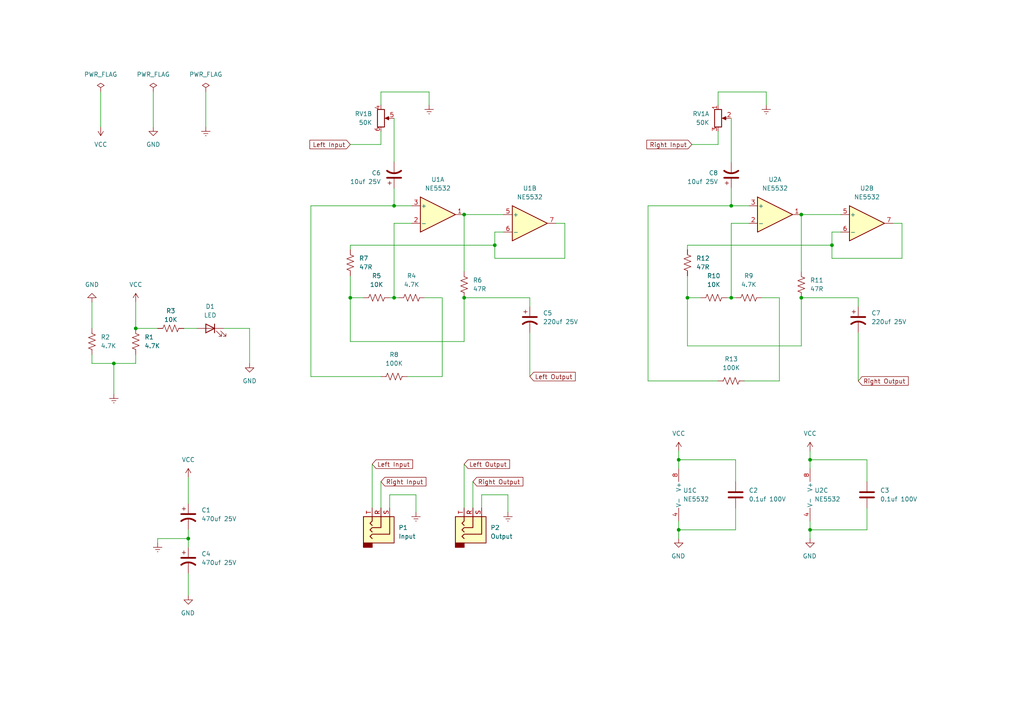
<source format=kicad_sch>
(kicad_sch (version 20211123) (generator eeschema)

  (uuid 0e25c370-3b33-4524-8c54-6f42f3ac0141)

  (paper "A4")

  (title_block
    (title "CMoy Classic 47 Variant Amp [Reverse Engineered 47 Amp]")
    (date "2022-04-11")
    (rev "1.0")
    (company "Clarissa Walker")
    (comment 1 "NE5532 Headphone Amp")
  )

  (lib_symbols
    (symbol "Amplifier_Operational:NE5532" (pin_names (offset 0.127)) (in_bom yes) (on_board yes)
      (property "Reference" "U" (id 0) (at 0 5.08 0)
        (effects (font (size 1.27 1.27)) (justify left))
      )
      (property "Value" "NE5532" (id 1) (at 0 -5.08 0)
        (effects (font (size 1.27 1.27)) (justify left))
      )
      (property "Footprint" "" (id 2) (at 0 0 0)
        (effects (font (size 1.27 1.27)) hide)
      )
      (property "Datasheet" "http://www.ti.com/lit/ds/symlink/ne5532.pdf" (id 3) (at 0 0 0)
        (effects (font (size 1.27 1.27)) hide)
      )
      (property "ki_locked" "" (id 4) (at 0 0 0)
        (effects (font (size 1.27 1.27)))
      )
      (property "ki_keywords" "dual opamp" (id 5) (at 0 0 0)
        (effects (font (size 1.27 1.27)) hide)
      )
      (property "ki_description" "Dual Low-Noise Operational Amplifiers, DIP-8/SOIC-8" (id 6) (at 0 0 0)
        (effects (font (size 1.27 1.27)) hide)
      )
      (property "ki_fp_filters" "SOIC*3.9x4.9mm*P1.27mm* DIP*W7.62mm* TO*99* OnSemi*Micro8* TSSOP*3x3mm*P0.65mm* TSSOP*4.4x3mm*P0.65mm* MSOP*3x3mm*P0.65mm* SSOP*3.9x4.9mm*P0.635mm* LFCSP*2x2mm*P0.5mm* *SIP* SOIC*5.3x6.2mm*P1.27mm*" (id 7) (at 0 0 0)
        (effects (font (size 1.27 1.27)) hide)
      )
      (symbol "NE5532_1_1"
        (polyline
          (pts
            (xy -5.08 5.08)
            (xy 5.08 0)
            (xy -5.08 -5.08)
            (xy -5.08 5.08)
          )
          (stroke (width 0.254) (type default) (color 0 0 0 0))
          (fill (type background))
        )
        (pin output line (at 7.62 0 180) (length 2.54)
          (name "~" (effects (font (size 1.27 1.27))))
          (number "1" (effects (font (size 1.27 1.27))))
        )
        (pin input line (at -7.62 -2.54 0) (length 2.54)
          (name "-" (effects (font (size 1.27 1.27))))
          (number "2" (effects (font (size 1.27 1.27))))
        )
        (pin input line (at -7.62 2.54 0) (length 2.54)
          (name "+" (effects (font (size 1.27 1.27))))
          (number "3" (effects (font (size 1.27 1.27))))
        )
      )
      (symbol "NE5532_2_1"
        (polyline
          (pts
            (xy -5.08 5.08)
            (xy 5.08 0)
            (xy -5.08 -5.08)
            (xy -5.08 5.08)
          )
          (stroke (width 0.254) (type default) (color 0 0 0 0))
          (fill (type background))
        )
        (pin input line (at -7.62 2.54 0) (length 2.54)
          (name "+" (effects (font (size 1.27 1.27))))
          (number "5" (effects (font (size 1.27 1.27))))
        )
        (pin input line (at -7.62 -2.54 0) (length 2.54)
          (name "-" (effects (font (size 1.27 1.27))))
          (number "6" (effects (font (size 1.27 1.27))))
        )
        (pin output line (at 7.62 0 180) (length 2.54)
          (name "~" (effects (font (size 1.27 1.27))))
          (number "7" (effects (font (size 1.27 1.27))))
        )
      )
      (symbol "NE5532_3_1"
        (pin power_in line (at -2.54 -7.62 90) (length 3.81)
          (name "V-" (effects (font (size 1.27 1.27))))
          (number "4" (effects (font (size 1.27 1.27))))
        )
        (pin power_in line (at -2.54 7.62 270) (length 3.81)
          (name "V+" (effects (font (size 1.27 1.27))))
          (number "8" (effects (font (size 1.27 1.27))))
        )
      )
    )
    (symbol "Connector:AudioJack3" (in_bom yes) (on_board yes)
      (property "Reference" "J" (id 0) (at 0 8.89 0)
        (effects (font (size 1.27 1.27)))
      )
      (property "Value" "AudioJack3" (id 1) (at 0 6.35 0)
        (effects (font (size 1.27 1.27)))
      )
      (property "Footprint" "" (id 2) (at 0 0 0)
        (effects (font (size 1.27 1.27)) hide)
      )
      (property "Datasheet" "~" (id 3) (at 0 0 0)
        (effects (font (size 1.27 1.27)) hide)
      )
      (property "ki_keywords" "audio jack receptacle stereo headphones phones TRS connector" (id 4) (at 0 0 0)
        (effects (font (size 1.27 1.27)) hide)
      )
      (property "ki_description" "Audio Jack, 3 Poles (Stereo / TRS)" (id 5) (at 0 0 0)
        (effects (font (size 1.27 1.27)) hide)
      )
      (property "ki_fp_filters" "Jack*" (id 6) (at 0 0 0)
        (effects (font (size 1.27 1.27)) hide)
      )
      (symbol "AudioJack3_0_1"
        (rectangle (start -5.08 -5.08) (end -6.35 -2.54)
          (stroke (width 0.254) (type default) (color 0 0 0 0))
          (fill (type outline))
        )
        (polyline
          (pts
            (xy 0 -2.54)
            (xy 0.635 -3.175)
            (xy 1.27 -2.54)
            (xy 2.54 -2.54)
          )
          (stroke (width 0.254) (type default) (color 0 0 0 0))
          (fill (type none))
        )
        (polyline
          (pts
            (xy -1.905 -2.54)
            (xy -1.27 -3.175)
            (xy -0.635 -2.54)
            (xy -0.635 0)
            (xy 2.54 0)
          )
          (stroke (width 0.254) (type default) (color 0 0 0 0))
          (fill (type none))
        )
        (polyline
          (pts
            (xy 2.54 2.54)
            (xy -2.54 2.54)
            (xy -2.54 -2.54)
            (xy -3.175 -3.175)
            (xy -3.81 -2.54)
          )
          (stroke (width 0.254) (type default) (color 0 0 0 0))
          (fill (type none))
        )
        (rectangle (start 2.54 3.81) (end -5.08 -5.08)
          (stroke (width 0.254) (type default) (color 0 0 0 0))
          (fill (type background))
        )
      )
      (symbol "AudioJack3_1_1"
        (pin passive line (at 5.08 0 180) (length 2.54)
          (name "~" (effects (font (size 1.27 1.27))))
          (number "R" (effects (font (size 1.27 1.27))))
        )
        (pin passive line (at 5.08 2.54 180) (length 2.54)
          (name "~" (effects (font (size 1.27 1.27))))
          (number "S" (effects (font (size 1.27 1.27))))
        )
        (pin passive line (at 5.08 -2.54 180) (length 2.54)
          (name "~" (effects (font (size 1.27 1.27))))
          (number "T" (effects (font (size 1.27 1.27))))
        )
      )
    )
    (symbol "Device:C" (pin_numbers hide) (pin_names (offset 0.254)) (in_bom yes) (on_board yes)
      (property "Reference" "C" (id 0) (at 0.635 2.54 0)
        (effects (font (size 1.27 1.27)) (justify left))
      )
      (property "Value" "C" (id 1) (at 0.635 -2.54 0)
        (effects (font (size 1.27 1.27)) (justify left))
      )
      (property "Footprint" "" (id 2) (at 0.9652 -3.81 0)
        (effects (font (size 1.27 1.27)) hide)
      )
      (property "Datasheet" "~" (id 3) (at 0 0 0)
        (effects (font (size 1.27 1.27)) hide)
      )
      (property "ki_keywords" "cap capacitor" (id 4) (at 0 0 0)
        (effects (font (size 1.27 1.27)) hide)
      )
      (property "ki_description" "Unpolarized capacitor" (id 5) (at 0 0 0)
        (effects (font (size 1.27 1.27)) hide)
      )
      (property "ki_fp_filters" "C_*" (id 6) (at 0 0 0)
        (effects (font (size 1.27 1.27)) hide)
      )
      (symbol "C_0_1"
        (polyline
          (pts
            (xy -2.032 -0.762)
            (xy 2.032 -0.762)
          )
          (stroke (width 0.508) (type default) (color 0 0 0 0))
          (fill (type none))
        )
        (polyline
          (pts
            (xy -2.032 0.762)
            (xy 2.032 0.762)
          )
          (stroke (width 0.508) (type default) (color 0 0 0 0))
          (fill (type none))
        )
      )
      (symbol "C_1_1"
        (pin passive line (at 0 3.81 270) (length 2.794)
          (name "~" (effects (font (size 1.27 1.27))))
          (number "1" (effects (font (size 1.27 1.27))))
        )
        (pin passive line (at 0 -3.81 90) (length 2.794)
          (name "~" (effects (font (size 1.27 1.27))))
          (number "2" (effects (font (size 1.27 1.27))))
        )
      )
    )
    (symbol "Device:C_Polarized_US" (pin_numbers hide) (pin_names (offset 0.254) hide) (in_bom yes) (on_board yes)
      (property "Reference" "C" (id 0) (at 0.635 2.54 0)
        (effects (font (size 1.27 1.27)) (justify left))
      )
      (property "Value" "C_Polarized_US" (id 1) (at 0.635 -2.54 0)
        (effects (font (size 1.27 1.27)) (justify left))
      )
      (property "Footprint" "" (id 2) (at 0 0 0)
        (effects (font (size 1.27 1.27)) hide)
      )
      (property "Datasheet" "~" (id 3) (at 0 0 0)
        (effects (font (size 1.27 1.27)) hide)
      )
      (property "ki_keywords" "cap capacitor" (id 4) (at 0 0 0)
        (effects (font (size 1.27 1.27)) hide)
      )
      (property "ki_description" "Polarized capacitor, US symbol" (id 5) (at 0 0 0)
        (effects (font (size 1.27 1.27)) hide)
      )
      (property "ki_fp_filters" "CP_*" (id 6) (at 0 0 0)
        (effects (font (size 1.27 1.27)) hide)
      )
      (symbol "C_Polarized_US_0_1"
        (polyline
          (pts
            (xy -2.032 0.762)
            (xy 2.032 0.762)
          )
          (stroke (width 0.508) (type default) (color 0 0 0 0))
          (fill (type none))
        )
        (polyline
          (pts
            (xy -1.778 2.286)
            (xy -0.762 2.286)
          )
          (stroke (width 0) (type default) (color 0 0 0 0))
          (fill (type none))
        )
        (polyline
          (pts
            (xy -1.27 1.778)
            (xy -1.27 2.794)
          )
          (stroke (width 0) (type default) (color 0 0 0 0))
          (fill (type none))
        )
        (arc (start 2.032 -1.27) (mid 0 -0.5572) (end -2.032 -1.27)
          (stroke (width 0.508) (type default) (color 0 0 0 0))
          (fill (type none))
        )
      )
      (symbol "C_Polarized_US_1_1"
        (pin passive line (at 0 3.81 270) (length 2.794)
          (name "~" (effects (font (size 1.27 1.27))))
          (number "1" (effects (font (size 1.27 1.27))))
        )
        (pin passive line (at 0 -3.81 90) (length 3.302)
          (name "~" (effects (font (size 1.27 1.27))))
          (number "2" (effects (font (size 1.27 1.27))))
        )
      )
    )
    (symbol "Device:LED" (pin_numbers hide) (pin_names (offset 1.016) hide) (in_bom yes) (on_board yes)
      (property "Reference" "D" (id 0) (at 0 2.54 0)
        (effects (font (size 1.27 1.27)))
      )
      (property "Value" "LED" (id 1) (at 0 -2.54 0)
        (effects (font (size 1.27 1.27)))
      )
      (property "Footprint" "" (id 2) (at 0 0 0)
        (effects (font (size 1.27 1.27)) hide)
      )
      (property "Datasheet" "~" (id 3) (at 0 0 0)
        (effects (font (size 1.27 1.27)) hide)
      )
      (property "ki_keywords" "LED diode" (id 4) (at 0 0 0)
        (effects (font (size 1.27 1.27)) hide)
      )
      (property "ki_description" "Light emitting diode" (id 5) (at 0 0 0)
        (effects (font (size 1.27 1.27)) hide)
      )
      (property "ki_fp_filters" "LED* LED_SMD:* LED_THT:*" (id 6) (at 0 0 0)
        (effects (font (size 1.27 1.27)) hide)
      )
      (symbol "LED_0_1"
        (polyline
          (pts
            (xy -1.27 -1.27)
            (xy -1.27 1.27)
          )
          (stroke (width 0.254) (type default) (color 0 0 0 0))
          (fill (type none))
        )
        (polyline
          (pts
            (xy -1.27 0)
            (xy 1.27 0)
          )
          (stroke (width 0) (type default) (color 0 0 0 0))
          (fill (type none))
        )
        (polyline
          (pts
            (xy 1.27 -1.27)
            (xy 1.27 1.27)
            (xy -1.27 0)
            (xy 1.27 -1.27)
          )
          (stroke (width 0.254) (type default) (color 0 0 0 0))
          (fill (type none))
        )
        (polyline
          (pts
            (xy -3.048 -0.762)
            (xy -4.572 -2.286)
            (xy -3.81 -2.286)
            (xy -4.572 -2.286)
            (xy -4.572 -1.524)
          )
          (stroke (width 0) (type default) (color 0 0 0 0))
          (fill (type none))
        )
        (polyline
          (pts
            (xy -1.778 -0.762)
            (xy -3.302 -2.286)
            (xy -2.54 -2.286)
            (xy -3.302 -2.286)
            (xy -3.302 -1.524)
          )
          (stroke (width 0) (type default) (color 0 0 0 0))
          (fill (type none))
        )
      )
      (symbol "LED_1_1"
        (pin passive line (at -3.81 0 0) (length 2.54)
          (name "K" (effects (font (size 1.27 1.27))))
          (number "1" (effects (font (size 1.27 1.27))))
        )
        (pin passive line (at 3.81 0 180) (length 2.54)
          (name "A" (effects (font (size 1.27 1.27))))
          (number "2" (effects (font (size 1.27 1.27))))
        )
      )
    )
    (symbol "Device:R_Potentiometer_Dual_Separate" (pin_names (offset 1.016) hide) (in_bom yes) (on_board yes)
      (property "Reference" "RV" (id 0) (at -4.445 0 90)
        (effects (font (size 1.27 1.27)))
      )
      (property "Value" "R_Potentiometer_Dual_Separate" (id 1) (at -2.54 0 90)
        (effects (font (size 1.27 1.27)))
      )
      (property "Footprint" "" (id 2) (at 0 0 0)
        (effects (font (size 1.27 1.27)) hide)
      )
      (property "Datasheet" "~" (id 3) (at 0 0 0)
        (effects (font (size 1.27 1.27)) hide)
      )
      (property "ki_keywords" "resistor variable" (id 4) (at 0 0 0)
        (effects (font (size 1.27 1.27)) hide)
      )
      (property "ki_description" "Dual potentiometer, separate units" (id 5) (at 0 0 0)
        (effects (font (size 1.27 1.27)) hide)
      )
      (property "ki_fp_filters" "Potentiometer*" (id 6) (at 0 0 0)
        (effects (font (size 1.27 1.27)) hide)
      )
      (symbol "R_Potentiometer_Dual_Separate_0_1"
        (polyline
          (pts
            (xy 2.54 0)
            (xy 1.524 0)
          )
          (stroke (width 0) (type default) (color 0 0 0 0))
          (fill (type none))
        )
        (polyline
          (pts
            (xy 1.143 0)
            (xy 2.286 0.508)
            (xy 2.286 -0.508)
            (xy 1.143 0)
          )
          (stroke (width 0) (type default) (color 0 0 0 0))
          (fill (type outline))
        )
        (rectangle (start 1.016 2.54) (end -1.016 -2.54)
          (stroke (width 0.254) (type default) (color 0 0 0 0))
          (fill (type none))
        )
      )
      (symbol "R_Potentiometer_Dual_Separate_1_1"
        (pin passive line (at 0 3.81 270) (length 1.27)
          (name "1" (effects (font (size 1.27 1.27))))
          (number "1" (effects (font (size 1.27 1.27))))
        )
        (pin passive line (at 3.81 0 180) (length 1.27)
          (name "2" (effects (font (size 1.27 1.27))))
          (number "2" (effects (font (size 1.27 1.27))))
        )
        (pin passive line (at 0 -3.81 90) (length 1.27)
          (name "3" (effects (font (size 1.27 1.27))))
          (number "3" (effects (font (size 1.27 1.27))))
        )
      )
      (symbol "R_Potentiometer_Dual_Separate_2_1"
        (pin passive line (at 0 3.81 270) (length 1.27)
          (name "4" (effects (font (size 1.27 1.27))))
          (number "4" (effects (font (size 1.27 1.27))))
        )
        (pin passive line (at 3.81 0 180) (length 1.27)
          (name "5" (effects (font (size 1.27 1.27))))
          (number "5" (effects (font (size 1.27 1.27))))
        )
        (pin passive line (at 0 -3.81 90) (length 1.27)
          (name "6" (effects (font (size 1.27 1.27))))
          (number "6" (effects (font (size 1.27 1.27))))
        )
      )
    )
    (symbol "Device:R_US" (pin_numbers hide) (pin_names (offset 0)) (in_bom yes) (on_board yes)
      (property "Reference" "R" (id 0) (at 2.54 0 90)
        (effects (font (size 1.27 1.27)))
      )
      (property "Value" "R_US" (id 1) (at -2.54 0 90)
        (effects (font (size 1.27 1.27)))
      )
      (property "Footprint" "" (id 2) (at 1.016 -0.254 90)
        (effects (font (size 1.27 1.27)) hide)
      )
      (property "Datasheet" "~" (id 3) (at 0 0 0)
        (effects (font (size 1.27 1.27)) hide)
      )
      (property "ki_keywords" "R res resistor" (id 4) (at 0 0 0)
        (effects (font (size 1.27 1.27)) hide)
      )
      (property "ki_description" "Resistor, US symbol" (id 5) (at 0 0 0)
        (effects (font (size 1.27 1.27)) hide)
      )
      (property "ki_fp_filters" "R_*" (id 6) (at 0 0 0)
        (effects (font (size 1.27 1.27)) hide)
      )
      (symbol "R_US_0_1"
        (polyline
          (pts
            (xy 0 -2.286)
            (xy 0 -2.54)
          )
          (stroke (width 0) (type default) (color 0 0 0 0))
          (fill (type none))
        )
        (polyline
          (pts
            (xy 0 2.286)
            (xy 0 2.54)
          )
          (stroke (width 0) (type default) (color 0 0 0 0))
          (fill (type none))
        )
        (polyline
          (pts
            (xy 0 -0.762)
            (xy 1.016 -1.143)
            (xy 0 -1.524)
            (xy -1.016 -1.905)
            (xy 0 -2.286)
          )
          (stroke (width 0) (type default) (color 0 0 0 0))
          (fill (type none))
        )
        (polyline
          (pts
            (xy 0 0.762)
            (xy 1.016 0.381)
            (xy 0 0)
            (xy -1.016 -0.381)
            (xy 0 -0.762)
          )
          (stroke (width 0) (type default) (color 0 0 0 0))
          (fill (type none))
        )
        (polyline
          (pts
            (xy 0 2.286)
            (xy 1.016 1.905)
            (xy 0 1.524)
            (xy -1.016 1.143)
            (xy 0 0.762)
          )
          (stroke (width 0) (type default) (color 0 0 0 0))
          (fill (type none))
        )
      )
      (symbol "R_US_1_1"
        (pin passive line (at 0 3.81 270) (length 1.27)
          (name "~" (effects (font (size 1.27 1.27))))
          (number "1" (effects (font (size 1.27 1.27))))
        )
        (pin passive line (at 0 -3.81 90) (length 1.27)
          (name "~" (effects (font (size 1.27 1.27))))
          (number "2" (effects (font (size 1.27 1.27))))
        )
      )
    )
    (symbol "power:Earth" (power) (pin_names (offset 0)) (in_bom yes) (on_board yes)
      (property "Reference" "#PWR" (id 0) (at 0 -6.35 0)
        (effects (font (size 1.27 1.27)) hide)
      )
      (property "Value" "Earth" (id 1) (at 0 -3.81 0)
        (effects (font (size 1.27 1.27)) hide)
      )
      (property "Footprint" "" (id 2) (at 0 0 0)
        (effects (font (size 1.27 1.27)) hide)
      )
      (property "Datasheet" "~" (id 3) (at 0 0 0)
        (effects (font (size 1.27 1.27)) hide)
      )
      (property "ki_keywords" "power-flag ground gnd" (id 4) (at 0 0 0)
        (effects (font (size 1.27 1.27)) hide)
      )
      (property "ki_description" "Power symbol creates a global label with name \"Earth\"" (id 5) (at 0 0 0)
        (effects (font (size 1.27 1.27)) hide)
      )
      (symbol "Earth_0_1"
        (polyline
          (pts
            (xy -0.635 -1.905)
            (xy 0.635 -1.905)
          )
          (stroke (width 0) (type default) (color 0 0 0 0))
          (fill (type none))
        )
        (polyline
          (pts
            (xy -0.127 -2.54)
            (xy 0.127 -2.54)
          )
          (stroke (width 0) (type default) (color 0 0 0 0))
          (fill (type none))
        )
        (polyline
          (pts
            (xy 0 -1.27)
            (xy 0 0)
          )
          (stroke (width 0) (type default) (color 0 0 0 0))
          (fill (type none))
        )
        (polyline
          (pts
            (xy 1.27 -1.27)
            (xy -1.27 -1.27)
          )
          (stroke (width 0) (type default) (color 0 0 0 0))
          (fill (type none))
        )
      )
      (symbol "Earth_1_1"
        (pin power_in line (at 0 0 270) (length 0) hide
          (name "Earth" (effects (font (size 1.27 1.27))))
          (number "1" (effects (font (size 1.27 1.27))))
        )
      )
    )
    (symbol "power:GND" (power) (pin_names (offset 0)) (in_bom yes) (on_board yes)
      (property "Reference" "#PWR" (id 0) (at 0 -6.35 0)
        (effects (font (size 1.27 1.27)) hide)
      )
      (property "Value" "GND" (id 1) (at 0 -3.81 0)
        (effects (font (size 1.27 1.27)))
      )
      (property "Footprint" "" (id 2) (at 0 0 0)
        (effects (font (size 1.27 1.27)) hide)
      )
      (property "Datasheet" "" (id 3) (at 0 0 0)
        (effects (font (size 1.27 1.27)) hide)
      )
      (property "ki_keywords" "power-flag" (id 4) (at 0 0 0)
        (effects (font (size 1.27 1.27)) hide)
      )
      (property "ki_description" "Power symbol creates a global label with name \"GND\" , ground" (id 5) (at 0 0 0)
        (effects (font (size 1.27 1.27)) hide)
      )
      (symbol "GND_0_1"
        (polyline
          (pts
            (xy 0 0)
            (xy 0 -1.27)
            (xy 1.27 -1.27)
            (xy 0 -2.54)
            (xy -1.27 -1.27)
            (xy 0 -1.27)
          )
          (stroke (width 0) (type default) (color 0 0 0 0))
          (fill (type none))
        )
      )
      (symbol "GND_1_1"
        (pin power_in line (at 0 0 270) (length 0) hide
          (name "GND" (effects (font (size 1.27 1.27))))
          (number "1" (effects (font (size 1.27 1.27))))
        )
      )
    )
    (symbol "power:PWR_FLAG" (power) (pin_numbers hide) (pin_names (offset 0) hide) (in_bom yes) (on_board yes)
      (property "Reference" "#FLG" (id 0) (at 0 1.905 0)
        (effects (font (size 1.27 1.27)) hide)
      )
      (property "Value" "PWR_FLAG" (id 1) (at 0 3.81 0)
        (effects (font (size 1.27 1.27)))
      )
      (property "Footprint" "" (id 2) (at 0 0 0)
        (effects (font (size 1.27 1.27)) hide)
      )
      (property "Datasheet" "~" (id 3) (at 0 0 0)
        (effects (font (size 1.27 1.27)) hide)
      )
      (property "ki_keywords" "power-flag" (id 4) (at 0 0 0)
        (effects (font (size 1.27 1.27)) hide)
      )
      (property "ki_description" "Special symbol for telling ERC where power comes from" (id 5) (at 0 0 0)
        (effects (font (size 1.27 1.27)) hide)
      )
      (symbol "PWR_FLAG_0_0"
        (pin power_out line (at 0 0 90) (length 0)
          (name "pwr" (effects (font (size 1.27 1.27))))
          (number "1" (effects (font (size 1.27 1.27))))
        )
      )
      (symbol "PWR_FLAG_0_1"
        (polyline
          (pts
            (xy 0 0)
            (xy 0 1.27)
            (xy -1.016 1.905)
            (xy 0 2.54)
            (xy 1.016 1.905)
            (xy 0 1.27)
          )
          (stroke (width 0) (type default) (color 0 0 0 0))
          (fill (type none))
        )
      )
    )
    (symbol "power:VCC" (power) (pin_names (offset 0)) (in_bom yes) (on_board yes)
      (property "Reference" "#PWR" (id 0) (at 0 -3.81 0)
        (effects (font (size 1.27 1.27)) hide)
      )
      (property "Value" "VCC" (id 1) (at 0 3.81 0)
        (effects (font (size 1.27 1.27)))
      )
      (property "Footprint" "" (id 2) (at 0 0 0)
        (effects (font (size 1.27 1.27)) hide)
      )
      (property "Datasheet" "" (id 3) (at 0 0 0)
        (effects (font (size 1.27 1.27)) hide)
      )
      (property "ki_keywords" "power-flag" (id 4) (at 0 0 0)
        (effects (font (size 1.27 1.27)) hide)
      )
      (property "ki_description" "Power symbol creates a global label with name \"VCC\"" (id 5) (at 0 0 0)
        (effects (font (size 1.27 1.27)) hide)
      )
      (symbol "VCC_0_1"
        (polyline
          (pts
            (xy -0.762 1.27)
            (xy 0 2.54)
          )
          (stroke (width 0) (type default) (color 0 0 0 0))
          (fill (type none))
        )
        (polyline
          (pts
            (xy 0 0)
            (xy 0 2.54)
          )
          (stroke (width 0) (type default) (color 0 0 0 0))
          (fill (type none))
        )
        (polyline
          (pts
            (xy 0 2.54)
            (xy 0.762 1.27)
          )
          (stroke (width 0) (type default) (color 0 0 0 0))
          (fill (type none))
        )
      )
      (symbol "VCC_1_1"
        (pin power_in line (at 0 0 90) (length 0) hide
          (name "VCC" (effects (font (size 1.27 1.27))))
          (number "1" (effects (font (size 1.27 1.27))))
        )
      )
    )
  )

  (junction (at 143.51 71.12) (diameter 0) (color 0 0 0 0)
    (uuid 333e96e2-d9da-4d33-b440-08681e367d18)
  )
  (junction (at 114.3 59.69) (diameter 0) (color 0 0 0 0)
    (uuid 39309c62-c099-42c4-9a9a-597c586145f9)
  )
  (junction (at 232.41 62.23) (diameter 0) (color 0 0 0 0)
    (uuid 3a892c2d-161e-4205-8a60-0efd55404a63)
  )
  (junction (at 114.3 86.36) (diameter 0) (color 0 0 0 0)
    (uuid 3cae7614-f675-41e2-bbae-b4db4b98f267)
  )
  (junction (at 101.6 86.36) (diameter 0) (color 0 0 0 0)
    (uuid 4f32c3e2-f687-49ef-81cd-7361c5a35058)
  )
  (junction (at 234.95 133.35) (diameter 0) (color 0 0 0 0)
    (uuid 56b838c3-f025-4c2a-91af-5d7292cb850f)
  )
  (junction (at 54.61 156.21) (diameter 0) (color 0 0 0 0)
    (uuid 64532557-3a0c-4204-8dbf-ec0f15e26276)
  )
  (junction (at 232.41 86.36) (diameter 0) (color 0 0 0 0)
    (uuid 6c6e056e-b8fd-40ef-a484-56b51bc27c82)
  )
  (junction (at 212.09 86.36) (diameter 0) (color 0 0 0 0)
    (uuid 6ebe67e9-77e5-420a-8fd8-5602f77def5d)
  )
  (junction (at 212.09 59.69) (diameter 0) (color 0 0 0 0)
    (uuid 8ced5734-54f8-4d89-89c6-6d72e0094e9a)
  )
  (junction (at 234.95 153.67) (diameter 0) (color 0 0 0 0)
    (uuid 9c93520a-90ca-4ca4-974a-b3e573707bd4)
  )
  (junction (at 241.3 71.12) (diameter 0) (color 0 0 0 0)
    (uuid 9f70751a-ce93-4497-add7-1400350d12aa)
  )
  (junction (at 134.62 86.36) (diameter 0) (color 0 0 0 0)
    (uuid aa6f2601-1410-466d-b945-4ad1b95ccdcb)
  )
  (junction (at 196.85 133.35) (diameter 0) (color 0 0 0 0)
    (uuid c2de3c3a-e2b9-4501-a609-eaf98049591c)
  )
  (junction (at 134.62 62.23) (diameter 0) (color 0 0 0 0)
    (uuid c42423d5-a4c2-4622-a4d1-2bb3efd45766)
  )
  (junction (at 39.37 95.25) (diameter 0) (color 0 0 0 0)
    (uuid d4871df1-d057-4d27-8c67-c1668728aadd)
  )
  (junction (at 196.85 153.67) (diameter 0) (color 0 0 0 0)
    (uuid d7d57104-afef-4905-bcd3-5cc1ece0fc40)
  )
  (junction (at 199.39 86.36) (diameter 0) (color 0 0 0 0)
    (uuid daeb5f8c-ba61-4fdd-8df8-ccf0e9972874)
  )
  (junction (at 33.02 105.41) (diameter 0) (color 0 0 0 0)
    (uuid f5b533bc-ed79-4837-9699-6df15787a107)
  )

  (wire (pts (xy 139.7 143.51) (xy 147.32 143.51))
    (stroke (width 0) (type default) (color 0 0 0 0))
    (uuid 02db4743-d861-4ef7-9eee-308a1f5e100b)
  )
  (wire (pts (xy 72.39 95.25) (xy 72.39 105.41))
    (stroke (width 0) (type default) (color 0 0 0 0))
    (uuid 08382731-d937-4ff4-893d-2d1551d4bcea)
  )
  (wire (pts (xy 251.46 153.67) (xy 234.95 153.67))
    (stroke (width 0) (type default) (color 0 0 0 0))
    (uuid 0973da5b-f925-4cc7-9ddc-1647d59a31a0)
  )
  (wire (pts (xy 248.92 86.36) (xy 232.41 86.36))
    (stroke (width 0) (type default) (color 0 0 0 0))
    (uuid 09d6a6b8-0fc3-4a3d-97f2-9845a66c817b)
  )
  (wire (pts (xy 187.96 59.69) (xy 187.96 110.49))
    (stroke (width 0) (type default) (color 0 0 0 0))
    (uuid 0efd6f92-f2d6-49e0-a3de-08f362159490)
  )
  (wire (pts (xy 110.49 26.67) (xy 124.46 26.67))
    (stroke (width 0) (type default) (color 0 0 0 0))
    (uuid 10d651ed-fc16-4252-a03e-4366942c22ca)
  )
  (wire (pts (xy 261.62 74.93) (xy 261.62 64.77))
    (stroke (width 0) (type default) (color 0 0 0 0))
    (uuid 12d5862b-49be-4857-8e2f-8f73316a5753)
  )
  (wire (pts (xy 137.16 139.7) (xy 137.16 147.32))
    (stroke (width 0) (type default) (color 0 0 0 0))
    (uuid 12e9173d-f048-4616-983a-949429151109)
  )
  (wire (pts (xy 128.27 109.22) (xy 128.27 86.36))
    (stroke (width 0) (type default) (color 0 0 0 0))
    (uuid 14d25892-c2b4-4f5d-a2a2-8f94e862ccc8)
  )
  (wire (pts (xy 114.3 34.29) (xy 114.3 46.99))
    (stroke (width 0) (type default) (color 0 0 0 0))
    (uuid 16c0ae31-2682-409e-bc3d-28380e100ed0)
  )
  (wire (pts (xy 226.06 110.49) (xy 226.06 86.36))
    (stroke (width 0) (type default) (color 0 0 0 0))
    (uuid 16ff29ef-b04b-4c65-b3a1-4bd5848cb655)
  )
  (wire (pts (xy 213.36 147.32) (xy 213.36 153.67))
    (stroke (width 0) (type default) (color 0 0 0 0))
    (uuid 1c6ab1a0-de8f-4dea-a63e-7c75d6d9e823)
  )
  (wire (pts (xy 199.39 80.01) (xy 199.39 86.36))
    (stroke (width 0) (type default) (color 0 0 0 0))
    (uuid 1d62d884-2dc6-4d9a-a1fc-cb3a5ff87bb0)
  )
  (wire (pts (xy 54.61 166.37) (xy 54.61 172.72))
    (stroke (width 0) (type default) (color 0 0 0 0))
    (uuid 1d7ce72d-086a-409c-8ba8-e66acdb25f59)
  )
  (wire (pts (xy 124.46 26.67) (xy 124.46 30.48))
    (stroke (width 0) (type default) (color 0 0 0 0))
    (uuid 224174f7-3f54-426c-8197-19aa4201737e)
  )
  (wire (pts (xy 90.17 109.22) (xy 110.49 109.22))
    (stroke (width 0) (type default) (color 0 0 0 0))
    (uuid 25e8fbc7-9f0e-4a44-9c74-b3f45617662c)
  )
  (wire (pts (xy 147.32 143.51) (xy 147.32 148.59))
    (stroke (width 0) (type default) (color 0 0 0 0))
    (uuid 2a108e03-625d-4d14-a0c4-cf7b3a1291f6)
  )
  (wire (pts (xy 187.96 59.69) (xy 212.09 59.69))
    (stroke (width 0) (type default) (color 0 0 0 0))
    (uuid 3154bcfc-4bc5-4fee-ad0d-9b79e6264538)
  )
  (wire (pts (xy 33.02 105.41) (xy 39.37 105.41))
    (stroke (width 0) (type default) (color 0 0 0 0))
    (uuid 317a1c32-d198-4267-bc96-790307c86980)
  )
  (wire (pts (xy 212.09 64.77) (xy 212.09 86.36))
    (stroke (width 0) (type default) (color 0 0 0 0))
    (uuid 348f48e3-b847-41a1-b381-b1924e1bf114)
  )
  (wire (pts (xy 44.45 26.67) (xy 44.45 36.83))
    (stroke (width 0) (type default) (color 0 0 0 0))
    (uuid 34c89256-2e2e-45fc-8e45-e2f75ef04e9d)
  )
  (wire (pts (xy 234.95 153.67) (xy 234.95 156.21))
    (stroke (width 0) (type default) (color 0 0 0 0))
    (uuid 382d9beb-0766-48c5-809e-3457699b8466)
  )
  (wire (pts (xy 90.17 59.69) (xy 90.17 109.22))
    (stroke (width 0) (type default) (color 0 0 0 0))
    (uuid 3af11140-852d-4012-b7a1-406270d392a2)
  )
  (wire (pts (xy 243.84 67.31) (xy 241.3 67.31))
    (stroke (width 0) (type default) (color 0 0 0 0))
    (uuid 3bb2ef8a-5a9d-4c4d-b3ac-7c88f41d3a8b)
  )
  (wire (pts (xy 161.29 64.77) (xy 163.83 64.77))
    (stroke (width 0) (type default) (color 0 0 0 0))
    (uuid 3d287446-e54c-4a94-b5a3-4f96cfc66c07)
  )
  (wire (pts (xy 110.49 30.48) (xy 110.49 26.67))
    (stroke (width 0) (type default) (color 0 0 0 0))
    (uuid 3e174692-e611-4fa7-b240-63048daee22e)
  )
  (wire (pts (xy 39.37 87.63) (xy 39.37 95.25))
    (stroke (width 0) (type default) (color 0 0 0 0))
    (uuid 3e285ad2-3bbe-4d64-9047-c527db8eb524)
  )
  (wire (pts (xy 199.39 72.39) (xy 199.39 71.12))
    (stroke (width 0) (type default) (color 0 0 0 0))
    (uuid 3fea9a32-826e-4847-b78e-bc19cafff1d2)
  )
  (wire (pts (xy 134.62 62.23) (xy 146.05 62.23))
    (stroke (width 0) (type default) (color 0 0 0 0))
    (uuid 43b717fb-2658-408c-ba8b-5572065bbc5c)
  )
  (wire (pts (xy 114.3 64.77) (xy 114.3 86.36))
    (stroke (width 0) (type default) (color 0 0 0 0))
    (uuid 43f5c0f3-cf68-4332-bbdc-8804fcd6efc2)
  )
  (wire (pts (xy 45.72 156.21) (xy 54.61 156.21))
    (stroke (width 0) (type default) (color 0 0 0 0))
    (uuid 4681585c-ebb2-4604-9815-d59c78b887ec)
  )
  (wire (pts (xy 199.39 71.12) (xy 241.3 71.12))
    (stroke (width 0) (type default) (color 0 0 0 0))
    (uuid 4f8983e6-7a34-4000-9ba8-e2276ed1c946)
  )
  (wire (pts (xy 119.38 64.77) (xy 114.3 64.77))
    (stroke (width 0) (type default) (color 0 0 0 0))
    (uuid 4fff0ecf-1aad-4a47-84de-fe4a50cceede)
  )
  (wire (pts (xy 54.61 138.43) (xy 54.61 146.05))
    (stroke (width 0) (type default) (color 0 0 0 0))
    (uuid 512fddd7-f56f-49fe-8464-e71df3873ce6)
  )
  (wire (pts (xy 153.67 86.36) (xy 134.62 86.36))
    (stroke (width 0) (type default) (color 0 0 0 0))
    (uuid 525a1b48-f42d-4068-bee0-41beb5973c73)
  )
  (wire (pts (xy 187.96 110.49) (xy 208.28 110.49))
    (stroke (width 0) (type default) (color 0 0 0 0))
    (uuid 56024489-e761-47ea-83df-e97aaf97efd5)
  )
  (wire (pts (xy 234.95 133.35) (xy 234.95 135.89))
    (stroke (width 0) (type default) (color 0 0 0 0))
    (uuid 56573fe7-d806-411e-973b-feeb1e5eb3cd)
  )
  (wire (pts (xy 53.34 95.25) (xy 57.15 95.25))
    (stroke (width 0) (type default) (color 0 0 0 0))
    (uuid 570d3f43-bf44-48a9-8288-224600266868)
  )
  (wire (pts (xy 26.67 87.63) (xy 26.67 95.25))
    (stroke (width 0) (type default) (color 0 0 0 0))
    (uuid 58806f6a-eba3-4b85-99a9-7b1829e17c97)
  )
  (wire (pts (xy 163.83 74.93) (xy 163.83 64.77))
    (stroke (width 0) (type default) (color 0 0 0 0))
    (uuid 59d2fd5e-b1c6-4fb7-8358-3683597b40a3)
  )
  (wire (pts (xy 212.09 34.29) (xy 212.09 46.99))
    (stroke (width 0) (type default) (color 0 0 0 0))
    (uuid 5aff6a3f-beef-4274-9216-25e32c7e3bf4)
  )
  (wire (pts (xy 234.95 151.13) (xy 234.95 153.67))
    (stroke (width 0) (type default) (color 0 0 0 0))
    (uuid 5b4ff0a7-066a-42f4-851e-69526ff01555)
  )
  (wire (pts (xy 134.62 134.62) (xy 134.62 147.32))
    (stroke (width 0) (type default) (color 0 0 0 0))
    (uuid 5e9b6a96-04a3-447c-81fa-32c40f139192)
  )
  (wire (pts (xy 39.37 105.41) (xy 39.37 102.87))
    (stroke (width 0) (type default) (color 0 0 0 0))
    (uuid 5eb9ecac-89e0-4c0d-9372-ea3c8e025388)
  )
  (wire (pts (xy 64.77 95.25) (xy 72.39 95.25))
    (stroke (width 0) (type default) (color 0 0 0 0))
    (uuid 61c8c851-42ad-432c-ae24-6ca555ee76fb)
  )
  (wire (pts (xy 212.09 86.36) (xy 213.36 86.36))
    (stroke (width 0) (type default) (color 0 0 0 0))
    (uuid 626bdeda-1eb8-4dc4-b458-95eca9d9fc12)
  )
  (wire (pts (xy 261.62 64.77) (xy 259.08 64.77))
    (stroke (width 0) (type default) (color 0 0 0 0))
    (uuid 66ff6bbe-9c19-4f90-92a4-775623bdc158)
  )
  (wire (pts (xy 208.28 38.1) (xy 208.28 41.91))
    (stroke (width 0) (type default) (color 0 0 0 0))
    (uuid 69cb16ac-6d6f-419e-9033-601194131f33)
  )
  (wire (pts (xy 101.6 99.06) (xy 101.6 86.36))
    (stroke (width 0) (type default) (color 0 0 0 0))
    (uuid 6b687df4-a1b1-4433-abb5-66b7dd2eac68)
  )
  (wire (pts (xy 217.17 64.77) (xy 212.09 64.77))
    (stroke (width 0) (type default) (color 0 0 0 0))
    (uuid 6b8dfd56-641d-4fba-82a3-2859ce59478a)
  )
  (wire (pts (xy 114.3 59.69) (xy 119.38 59.69))
    (stroke (width 0) (type default) (color 0 0 0 0))
    (uuid 6d4fc702-cf75-4f97-bd96-52522750738e)
  )
  (wire (pts (xy 153.67 88.9) (xy 153.67 86.36))
    (stroke (width 0) (type default) (color 0 0 0 0))
    (uuid 6fadaa46-991a-44cc-afed-c685567f85df)
  )
  (wire (pts (xy 196.85 151.13) (xy 196.85 153.67))
    (stroke (width 0) (type default) (color 0 0 0 0))
    (uuid 74c8eef8-89fa-4cd6-9d8c-ba75d9cf5191)
  )
  (wire (pts (xy 26.67 105.41) (xy 33.02 105.41))
    (stroke (width 0) (type default) (color 0 0 0 0))
    (uuid 75b56d28-2eb7-460a-8235-abde8b7d72ff)
  )
  (wire (pts (xy 114.3 54.61) (xy 114.3 59.69))
    (stroke (width 0) (type default) (color 0 0 0 0))
    (uuid 765646db-a5fb-4981-b260-56c157bcadd7)
  )
  (wire (pts (xy 107.95 134.62) (xy 107.95 147.32))
    (stroke (width 0) (type default) (color 0 0 0 0))
    (uuid 76731113-beb9-4b80-9440-01f4ee5b24a0)
  )
  (wire (pts (xy 241.3 67.31) (xy 241.3 71.12))
    (stroke (width 0) (type default) (color 0 0 0 0))
    (uuid 79ed2e0b-6e6e-435f-92af-85d3d43a9949)
  )
  (wire (pts (xy 213.36 153.67) (xy 196.85 153.67))
    (stroke (width 0) (type default) (color 0 0 0 0))
    (uuid 7c841859-e9f2-43a8-bdf4-49280c0d9ee9)
  )
  (wire (pts (xy 33.02 105.41) (xy 33.02 114.3))
    (stroke (width 0) (type default) (color 0 0 0 0))
    (uuid 7cf9bf6d-9521-4603-9233-7882de002fc5)
  )
  (wire (pts (xy 39.37 95.25) (xy 45.72 95.25))
    (stroke (width 0) (type default) (color 0 0 0 0))
    (uuid 82b64283-2e78-4223-9881-5d79272b6c43)
  )
  (wire (pts (xy 226.06 110.49) (xy 215.9 110.49))
    (stroke (width 0) (type default) (color 0 0 0 0))
    (uuid 8306664d-4c9c-4fc6-a020-592e44f9245c)
  )
  (wire (pts (xy 251.46 133.35) (xy 234.95 133.35))
    (stroke (width 0) (type default) (color 0 0 0 0))
    (uuid 8562e1e7-2402-454d-9734-fd6cd606cbf1)
  )
  (wire (pts (xy 134.62 99.06) (xy 101.6 99.06))
    (stroke (width 0) (type default) (color 0 0 0 0))
    (uuid 8817d7a5-269c-4655-83d6-ea3ec4899617)
  )
  (wire (pts (xy 143.51 67.31) (xy 143.51 71.12))
    (stroke (width 0) (type default) (color 0 0 0 0))
    (uuid 8c65ea10-d221-487e-a9f4-457a4d2b39c3)
  )
  (wire (pts (xy 208.28 26.67) (xy 222.25 26.67))
    (stroke (width 0) (type default) (color 0 0 0 0))
    (uuid 91246d62-9821-4d42-b21e-2e660dc4e558)
  )
  (wire (pts (xy 110.49 41.91) (xy 101.6 41.91))
    (stroke (width 0) (type default) (color 0 0 0 0))
    (uuid 917a34dd-bde3-4bec-a8e5-4307a71e54d9)
  )
  (wire (pts (xy 196.85 130.81) (xy 196.85 133.35))
    (stroke (width 0) (type default) (color 0 0 0 0))
    (uuid 91920daf-2437-469b-887c-b51c452d05d6)
  )
  (wire (pts (xy 134.62 78.74) (xy 134.62 62.23))
    (stroke (width 0) (type default) (color 0 0 0 0))
    (uuid 92aebe71-ccbe-4405-8ef2-2d5380cfebad)
  )
  (wire (pts (xy 208.28 41.91) (xy 200.66 41.91))
    (stroke (width 0) (type default) (color 0 0 0 0))
    (uuid 967ebded-d6d1-427d-a9b2-0c0255e21881)
  )
  (wire (pts (xy 213.36 139.7) (xy 213.36 133.35))
    (stroke (width 0) (type default) (color 0 0 0 0))
    (uuid 97f1fe69-9d49-4c27-ab87-a86213d5a291)
  )
  (wire (pts (xy 54.61 153.67) (xy 54.61 156.21))
    (stroke (width 0) (type default) (color 0 0 0 0))
    (uuid 98d42312-c7f1-4224-bbaa-b5299a7857e9)
  )
  (wire (pts (xy 90.17 59.69) (xy 114.3 59.69))
    (stroke (width 0) (type default) (color 0 0 0 0))
    (uuid 9928fe6c-22b5-4da2-9114-e9bbbc215735)
  )
  (wire (pts (xy 26.67 102.87) (xy 26.67 105.41))
    (stroke (width 0) (type default) (color 0 0 0 0))
    (uuid 9dc60d01-ab0b-4345-9350-dad43a1a9a21)
  )
  (wire (pts (xy 115.57 86.36) (xy 114.3 86.36))
    (stroke (width 0) (type default) (color 0 0 0 0))
    (uuid 9eeca791-532f-4049-9b3a-32ea9b6b238f)
  )
  (wire (pts (xy 232.41 100.33) (xy 199.39 100.33))
    (stroke (width 0) (type default) (color 0 0 0 0))
    (uuid a070a0a0-364f-4a64-a8a5-67282682009a)
  )
  (wire (pts (xy 101.6 72.39) (xy 101.6 71.12))
    (stroke (width 0) (type default) (color 0 0 0 0))
    (uuid a27e3932-60a8-4bc9-864a-b2f811851c4c)
  )
  (wire (pts (xy 222.25 26.67) (xy 222.25 30.48))
    (stroke (width 0) (type default) (color 0 0 0 0))
    (uuid a37a3709-b9dd-44e6-a309-35db909c47b3)
  )
  (wire (pts (xy 199.39 100.33) (xy 199.39 86.36))
    (stroke (width 0) (type default) (color 0 0 0 0))
    (uuid a5bb4581-b55b-4f2c-bc98-f5c4d79cc0a9)
  )
  (wire (pts (xy 134.62 86.36) (xy 134.62 99.06))
    (stroke (width 0) (type default) (color 0 0 0 0))
    (uuid a765730d-2645-4caa-906d-c246c3e8bfd9)
  )
  (wire (pts (xy 208.28 26.67) (xy 208.28 30.48))
    (stroke (width 0) (type default) (color 0 0 0 0))
    (uuid ac4c8f26-6862-4686-a63f-ba999f649c57)
  )
  (wire (pts (xy 59.69 26.67) (xy 59.69 36.83))
    (stroke (width 0) (type default) (color 0 0 0 0))
    (uuid ac787726-d030-492a-868b-aab17e7a1775)
  )
  (wire (pts (xy 143.51 71.12) (xy 143.51 74.93))
    (stroke (width 0) (type default) (color 0 0 0 0))
    (uuid aed1f3a8-c0ee-42e7-a9f1-e50acc441f64)
  )
  (wire (pts (xy 196.85 153.67) (xy 196.85 156.21))
    (stroke (width 0) (type default) (color 0 0 0 0))
    (uuid b313fbc2-fe0d-46fa-bd1d-f05ea16219b3)
  )
  (wire (pts (xy 212.09 54.61) (xy 212.09 59.69))
    (stroke (width 0) (type default) (color 0 0 0 0))
    (uuid b43661c0-5994-49d3-94a9-0fe952a2aacb)
  )
  (wire (pts (xy 210.82 86.36) (xy 212.09 86.36))
    (stroke (width 0) (type default) (color 0 0 0 0))
    (uuid b45c3726-3a10-4faa-afb1-d3b0e3ffa915)
  )
  (wire (pts (xy 213.36 133.35) (xy 196.85 133.35))
    (stroke (width 0) (type default) (color 0 0 0 0))
    (uuid b61035bc-81c9-4e76-bd31-275ac6a533c7)
  )
  (wire (pts (xy 199.39 86.36) (xy 203.2 86.36))
    (stroke (width 0) (type default) (color 0 0 0 0))
    (uuid ba4eb8a5-35a9-41be-a659-515268680057)
  )
  (wire (pts (xy 110.49 38.1) (xy 110.49 41.91))
    (stroke (width 0) (type default) (color 0 0 0 0))
    (uuid ba845b99-cf0d-4525-9431-17d1216ec69d)
  )
  (wire (pts (xy 251.46 139.7) (xy 251.46 133.35))
    (stroke (width 0) (type default) (color 0 0 0 0))
    (uuid c2d51cd4-4b39-4278-9b2c-09fc7c4c0bd4)
  )
  (wire (pts (xy 139.7 147.32) (xy 139.7 143.51))
    (stroke (width 0) (type default) (color 0 0 0 0))
    (uuid c3709dec-6334-45d2-ba23-b1ad759941b2)
  )
  (wire (pts (xy 248.92 96.52) (xy 248.92 110.49))
    (stroke (width 0) (type default) (color 0 0 0 0))
    (uuid c49399c1-6e50-464a-89ef-6b43b67cde35)
  )
  (wire (pts (xy 29.21 26.67) (xy 29.21 36.83))
    (stroke (width 0) (type default) (color 0 0 0 0))
    (uuid c86669e0-9a5b-4074-ad71-542d3ac6afa4)
  )
  (wire (pts (xy 113.03 147.32) (xy 113.03 143.51))
    (stroke (width 0) (type default) (color 0 0 0 0))
    (uuid c9ecb7dd-feb2-442e-a36d-0cd7b06f1b26)
  )
  (wire (pts (xy 248.92 88.9) (xy 248.92 86.36))
    (stroke (width 0) (type default) (color 0 0 0 0))
    (uuid ca50b9fb-35d8-4042-8a4b-6e6834249cd2)
  )
  (wire (pts (xy 113.03 143.51) (xy 120.65 143.51))
    (stroke (width 0) (type default) (color 0 0 0 0))
    (uuid cb51b65e-2822-45fa-a21b-6eeedae08218)
  )
  (wire (pts (xy 123.19 86.36) (xy 128.27 86.36))
    (stroke (width 0) (type default) (color 0 0 0 0))
    (uuid cd1086ae-106a-4640-98fe-1a2b49b1f5f2)
  )
  (wire (pts (xy 241.3 74.93) (xy 261.62 74.93))
    (stroke (width 0) (type default) (color 0 0 0 0))
    (uuid d0f56051-bc25-471c-8165-8bc7bbaa510a)
  )
  (wire (pts (xy 241.3 71.12) (xy 241.3 74.93))
    (stroke (width 0) (type default) (color 0 0 0 0))
    (uuid d448490e-de84-4886-beac-fef604a82851)
  )
  (wire (pts (xy 251.46 147.32) (xy 251.46 153.67))
    (stroke (width 0) (type default) (color 0 0 0 0))
    (uuid d4bdff9c-e40d-4f73-8d10-e5032b2ed041)
  )
  (wire (pts (xy 45.72 157.48) (xy 45.72 156.21))
    (stroke (width 0) (type default) (color 0 0 0 0))
    (uuid dc80d0c5-1a22-446e-9aea-d3522d6ab362)
  )
  (wire (pts (xy 101.6 86.36) (xy 101.6 80.01))
    (stroke (width 0) (type default) (color 0 0 0 0))
    (uuid dd0b2853-4258-427f-98d5-93cbda4e8aec)
  )
  (wire (pts (xy 232.41 62.23) (xy 243.84 62.23))
    (stroke (width 0) (type default) (color 0 0 0 0))
    (uuid de9f2f23-be8b-4e5c-bc44-ba0d2937271d)
  )
  (wire (pts (xy 232.41 78.74) (xy 232.41 62.23))
    (stroke (width 0) (type default) (color 0 0 0 0))
    (uuid e3ca942e-effe-4f7e-a826-3c62a4db8219)
  )
  (wire (pts (xy 212.09 59.69) (xy 217.17 59.69))
    (stroke (width 0) (type default) (color 0 0 0 0))
    (uuid e49b706d-3459-473c-94dc-ad39f192e38c)
  )
  (wire (pts (xy 101.6 71.12) (xy 143.51 71.12))
    (stroke (width 0) (type default) (color 0 0 0 0))
    (uuid e4b8a920-dd2a-41c1-88b9-f039a4e6b709)
  )
  (wire (pts (xy 101.6 86.36) (xy 105.41 86.36))
    (stroke (width 0) (type default) (color 0 0 0 0))
    (uuid e93c7c2b-e0a4-4977-b68f-1e81933c8f6c)
  )
  (wire (pts (xy 232.41 86.36) (xy 232.41 100.33))
    (stroke (width 0) (type default) (color 0 0 0 0))
    (uuid e9a5f965-986b-4fdb-a5e1-cc7cad1a16ef)
  )
  (wire (pts (xy 153.67 96.52) (xy 153.67 109.22))
    (stroke (width 0) (type default) (color 0 0 0 0))
    (uuid ead2527e-7dcc-4065-8e2d-b347ba1663c0)
  )
  (wire (pts (xy 120.65 143.51) (xy 120.65 148.59))
    (stroke (width 0) (type default) (color 0 0 0 0))
    (uuid ec5c699a-712e-4f07-9327-71f22839b1c2)
  )
  (wire (pts (xy 54.61 156.21) (xy 54.61 158.75))
    (stroke (width 0) (type default) (color 0 0 0 0))
    (uuid f0c157ef-dee3-48eb-a665-cabf3fac319a)
  )
  (wire (pts (xy 234.95 130.81) (xy 234.95 133.35))
    (stroke (width 0) (type default) (color 0 0 0 0))
    (uuid f181b1b4-759a-4f8f-ae08-d83b5b622c2d)
  )
  (wire (pts (xy 110.49 139.7) (xy 110.49 147.32))
    (stroke (width 0) (type default) (color 0 0 0 0))
    (uuid f21a1bda-e559-4c62-90d2-18cf12fcab31)
  )
  (wire (pts (xy 220.98 86.36) (xy 226.06 86.36))
    (stroke (width 0) (type default) (color 0 0 0 0))
    (uuid f4c8d8be-faa3-40f8-b22b-4d4ef52fa186)
  )
  (wire (pts (xy 146.05 67.31) (xy 143.51 67.31))
    (stroke (width 0) (type default) (color 0 0 0 0))
    (uuid f6d11cd1-7d09-4491-90bf-5817abed6082)
  )
  (wire (pts (xy 196.85 133.35) (xy 196.85 135.89))
    (stroke (width 0) (type default) (color 0 0 0 0))
    (uuid f899e2ff-8acb-4769-b207-3f1d6a2e730f)
  )
  (wire (pts (xy 118.11 109.22) (xy 128.27 109.22))
    (stroke (width 0) (type default) (color 0 0 0 0))
    (uuid faa22130-329a-4634-a8c0-f53eadddd10f)
  )
  (wire (pts (xy 113.03 86.36) (xy 114.3 86.36))
    (stroke (width 0) (type default) (color 0 0 0 0))
    (uuid fc9fefc9-06a9-48c7-86a9-61bd3f2fc279)
  )
  (wire (pts (xy 143.51 74.93) (xy 163.83 74.93))
    (stroke (width 0) (type default) (color 0 0 0 0))
    (uuid fdf832d5-32d8-428e-a263-a48500bdfde5)
  )

  (global_label "Left Output" (shape input) (at 153.67 109.22 0) (fields_autoplaced)
    (effects (font (size 1.27 1.27)) (justify left))
    (uuid 071424fd-3df7-42bd-98a8-bce03e181798)
    (property "Intersheet References" "${INTERSHEET_REFS}" (id 0) (at 166.8479 109.1406 0)
      (effects (font (size 1.27 1.27)) (justify left) hide)
    )
  )
  (global_label "Left Input" (shape input) (at 107.95 134.62 0) (fields_autoplaced)
    (effects (font (size 1.27 1.27)) (justify left))
    (uuid 21eb3363-04a5-41b7-a2cb-5c1e582445ee)
    (property "Intersheet References" "${INTERSHEET_REFS}" (id 0) (at 119.6764 134.5406 0)
      (effects (font (size 1.27 1.27)) (justify left) hide)
    )
  )
  (global_label "Right Input" (shape input) (at 200.66 41.91 180) (fields_autoplaced)
    (effects (font (size 1.27 1.27)) (justify right))
    (uuid 3bed59bf-739f-4e1c-8e47-a26b99d6beb3)
    (property "Intersheet References" "${INTERSHEET_REFS}" (id 0) (at 187.6031 41.8306 0)
      (effects (font (size 1.27 1.27)) (justify right) hide)
    )
  )
  (global_label "Right Output" (shape input) (at 137.16 139.7 0) (fields_autoplaced)
    (effects (font (size 1.27 1.27)) (justify left))
    (uuid 5bc753be-fc8d-48b7-b44e-ea3d8b46ebaf)
    (property "Intersheet References" "${INTERSHEET_REFS}" (id 0) (at 151.6683 139.6206 0)
      (effects (font (size 1.27 1.27)) (justify left) hide)
    )
  )
  (global_label "Left Input" (shape input) (at 101.6 41.91 180) (fields_autoplaced)
    (effects (font (size 1.27 1.27)) (justify right))
    (uuid 9254f02c-c2d5-4f40-9245-3b5b4224239d)
    (property "Intersheet References" "${INTERSHEET_REFS}" (id 0) (at 89.8736 41.8306 0)
      (effects (font (size 1.27 1.27)) (justify right) hide)
    )
  )
  (global_label "Right Output" (shape input) (at 248.92 110.49 0) (fields_autoplaced)
    (effects (font (size 1.27 1.27)) (justify left))
    (uuid 9563ed92-eae3-43c6-bbc2-0a0a6619b51f)
    (property "Intersheet References" "${INTERSHEET_REFS}" (id 0) (at 263.4283 110.4106 0)
      (effects (font (size 1.27 1.27)) (justify left) hide)
    )
  )
  (global_label "Left Output" (shape input) (at 134.62 134.62 0) (fields_autoplaced)
    (effects (font (size 1.27 1.27)) (justify left))
    (uuid e276519e-6dbb-4bc7-b83b-7a9b7812eb07)
    (property "Intersheet References" "${INTERSHEET_REFS}" (id 0) (at 147.7979 134.5406 0)
      (effects (font (size 1.27 1.27)) (justify left) hide)
    )
  )
  (global_label "Right Input" (shape input) (at 110.49 139.7 0) (fields_autoplaced)
    (effects (font (size 1.27 1.27)) (justify left))
    (uuid f702d312-06d3-4971-9a81-99516d56f567)
    (property "Intersheet References" "${INTERSHEET_REFS}" (id 0) (at 123.5469 139.6206 0)
      (effects (font (size 1.27 1.27)) (justify left) hide)
    )
  )

  (symbol (lib_id "Device:C") (at 251.46 143.51 0) (unit 1)
    (in_bom yes) (on_board yes) (fields_autoplaced)
    (uuid 003135da-95ae-4492-8541-82d83e0c1e4a)
    (property "Reference" "C3" (id 0) (at 255.27 142.2399 0)
      (effects (font (size 1.27 1.27)) (justify left))
    )
    (property "Value" "0.1uf 100V" (id 1) (at 255.27 144.7799 0)
      (effects (font (size 1.27 1.27)) (justify left))
    )
    (property "Footprint" "" (id 2) (at 252.4252 147.32 0)
      (effects (font (size 1.27 1.27)) hide)
    )
    (property "Datasheet" "~" (id 3) (at 251.46 143.51 0)
      (effects (font (size 1.27 1.27)) hide)
    )
    (pin "1" (uuid 67353c4a-c617-446b-968e-7c5d705ddab4))
    (pin "2" (uuid 5e95db06-7439-4544-b6f8-d899b9e94e75))
  )

  (symbol (lib_id "power:Earth") (at 120.65 148.59 0) (unit 1)
    (in_bom yes) (on_board yes) (fields_autoplaced)
    (uuid 0179268a-31ed-4cd0-8786-080e0c4d90b6)
    (property "Reference" "#PWR0111" (id 0) (at 120.65 154.94 0)
      (effects (font (size 1.27 1.27)) hide)
    )
    (property "Value" "Earth" (id 1) (at 120.65 152.4 0)
      (effects (font (size 1.27 1.27)) hide)
    )
    (property "Footprint" "" (id 2) (at 120.65 148.59 0)
      (effects (font (size 1.27 1.27)) hide)
    )
    (property "Datasheet" "~" (id 3) (at 120.65 148.59 0)
      (effects (font (size 1.27 1.27)) hide)
    )
    (pin "1" (uuid e435752e-9881-47f2-b33c-ce481f4eaa3f))
  )

  (symbol (lib_id "Device:C_Polarized_US") (at 54.61 149.86 0) (unit 1)
    (in_bom yes) (on_board yes) (fields_autoplaced)
    (uuid 0422bc5c-79a8-49f4-a2a4-8342195de570)
    (property "Reference" "C1" (id 0) (at 58.42 147.9549 0)
      (effects (font (size 1.27 1.27)) (justify left))
    )
    (property "Value" "470uf 25V" (id 1) (at 58.42 150.4949 0)
      (effects (font (size 1.27 1.27)) (justify left))
    )
    (property "Footprint" "" (id 2) (at 54.61 149.86 0)
      (effects (font (size 1.27 1.27)) hide)
    )
    (property "Datasheet" "~" (id 3) (at 54.61 149.86 0)
      (effects (font (size 1.27 1.27)) hide)
    )
    (pin "1" (uuid 8dfcc66e-e86b-425b-a651-f0726deab5a4))
    (pin "2" (uuid 568c9555-a4a3-4957-89ae-ba4e810ee171))
  )

  (symbol (lib_id "Device:C_Polarized_US") (at 153.67 92.71 0) (unit 1)
    (in_bom yes) (on_board yes) (fields_autoplaced)
    (uuid 08a4a538-c5cd-4a9f-bdab-0844e3351069)
    (property "Reference" "C5" (id 0) (at 157.48 90.8049 0)
      (effects (font (size 1.27 1.27)) (justify left))
    )
    (property "Value" "220uf 25V" (id 1) (at 157.48 93.3449 0)
      (effects (font (size 1.27 1.27)) (justify left))
    )
    (property "Footprint" "" (id 2) (at 153.67 92.71 0)
      (effects (font (size 1.27 1.27)) hide)
    )
    (property "Datasheet" "~" (id 3) (at 153.67 92.71 0)
      (effects (font (size 1.27 1.27)) hide)
    )
    (pin "1" (uuid 21750fd7-fa42-4cb4-b4db-682b6d6dc3ed))
    (pin "2" (uuid 907e7cf5-edb9-462f-8abd-e1ec7444bef4))
  )

  (symbol (lib_id "Connector:AudioJack3") (at 137.16 152.4 270) (mirror x) (unit 1)
    (in_bom yes) (on_board yes) (fields_autoplaced)
    (uuid 0abeba19-3bce-40aa-a559-6c0d90da855c)
    (property "Reference" "P2" (id 0) (at 142.24 153.0349 90)
      (effects (font (size 1.27 1.27)) (justify left))
    )
    (property "Value" "Output" (id 1) (at 142.24 155.5749 90)
      (effects (font (size 1.27 1.27)) (justify left))
    )
    (property "Footprint" "" (id 2) (at 137.16 152.4 0)
      (effects (font (size 1.27 1.27)) hide)
    )
    (property "Datasheet" "~" (id 3) (at 137.16 152.4 0)
      (effects (font (size 1.27 1.27)) hide)
    )
    (pin "R" (uuid 686360cc-1936-4994-a511-56e6da4b0897))
    (pin "S" (uuid 76bce065-c26c-4d57-844f-a95d2407cec1))
    (pin "T" (uuid 7fea13ec-875f-41ed-af1d-d3556374c312))
  )

  (symbol (lib_id "Device:C_Polarized_US") (at 212.09 50.8 0) (mirror x) (unit 1)
    (in_bom yes) (on_board yes) (fields_autoplaced)
    (uuid 141ea3b5-679c-4e39-80ad-b2626a76efd6)
    (property "Reference" "C8" (id 0) (at 208.28 50.1649 0)
      (effects (font (size 1.27 1.27)) (justify right))
    )
    (property "Value" "10uf 25V" (id 1) (at 208.28 52.7049 0)
      (effects (font (size 1.27 1.27)) (justify right))
    )
    (property "Footprint" "" (id 2) (at 212.09 50.8 0)
      (effects (font (size 1.27 1.27)) hide)
    )
    (property "Datasheet" "~" (id 3) (at 212.09 50.8 0)
      (effects (font (size 1.27 1.27)) hide)
    )
    (pin "1" (uuid d3b9c3ee-3526-45fb-81c7-8307e50f56b7))
    (pin "2" (uuid 01c1b229-9988-43e0-b9b1-86fdcbce5b65))
  )

  (symbol (lib_id "power:PWR_FLAG") (at 44.45 26.67 0) (unit 1)
    (in_bom yes) (on_board yes) (fields_autoplaced)
    (uuid 161d40b4-c790-4f3e-b1de-afef88fe8749)
    (property "Reference" "#FLG0102" (id 0) (at 44.45 24.765 0)
      (effects (font (size 1.27 1.27)) hide)
    )
    (property "Value" "PWR_FLAG" (id 1) (at 44.45 21.59 0))
    (property "Footprint" "" (id 2) (at 44.45 26.67 0)
      (effects (font (size 1.27 1.27)) hide)
    )
    (property "Datasheet" "~" (id 3) (at 44.45 26.67 0)
      (effects (font (size 1.27 1.27)) hide)
    )
    (pin "1" (uuid 3f251191-12de-485e-84cb-057237647c7b))
  )

  (symbol (lib_id "Connector:AudioJack3") (at 110.49 152.4 270) (mirror x) (unit 1)
    (in_bom yes) (on_board yes) (fields_autoplaced)
    (uuid 1e018ba5-5058-4b16-95bb-299150f540f6)
    (property "Reference" "P1" (id 0) (at 115.57 153.0349 90)
      (effects (font (size 1.27 1.27)) (justify left))
    )
    (property "Value" "Input" (id 1) (at 115.57 155.5749 90)
      (effects (font (size 1.27 1.27)) (justify left))
    )
    (property "Footprint" "" (id 2) (at 110.49 152.4 0)
      (effects (font (size 1.27 1.27)) hide)
    )
    (property "Datasheet" "~" (id 3) (at 110.49 152.4 0)
      (effects (font (size 1.27 1.27)) hide)
    )
    (pin "R" (uuid 5ccbcb09-c89b-4898-868d-adfeabf5c3ab))
    (pin "S" (uuid 3e38b5c3-471d-4afe-95dd-e76c4c1efce5))
    (pin "T" (uuid ca809bd1-7895-4025-b949-f465d46120a0))
  )

  (symbol (lib_id "Device:R_US") (at 232.41 82.55 0) (unit 1)
    (in_bom yes) (on_board yes) (fields_autoplaced)
    (uuid 1f2dca35-38b0-46e7-912c-b012db36e137)
    (property "Reference" "R11" (id 0) (at 234.95 81.2799 0)
      (effects (font (size 1.27 1.27)) (justify left))
    )
    (property "Value" "47R" (id 1) (at 234.95 83.8199 0)
      (effects (font (size 1.27 1.27)) (justify left))
    )
    (property "Footprint" "" (id 2) (at 233.426 82.804 90)
      (effects (font (size 1.27 1.27)) hide)
    )
    (property "Datasheet" "~" (id 3) (at 232.41 82.55 0)
      (effects (font (size 1.27 1.27)) hide)
    )
    (pin "1" (uuid 09e80ddb-2814-4c80-800a-08ab3d6ff303))
    (pin "2" (uuid 2a0a0284-92ad-422e-a4ac-9d5b211ae366))
  )

  (symbol (lib_id "power:Earth") (at 147.32 148.59 0) (unit 1)
    (in_bom yes) (on_board yes) (fields_autoplaced)
    (uuid 2245b6d0-faed-421e-b60c-aae4a37ff255)
    (property "Reference" "#PWR0112" (id 0) (at 147.32 154.94 0)
      (effects (font (size 1.27 1.27)) hide)
    )
    (property "Value" "Earth" (id 1) (at 147.32 152.4 0)
      (effects (font (size 1.27 1.27)) hide)
    )
    (property "Footprint" "" (id 2) (at 147.32 148.59 0)
      (effects (font (size 1.27 1.27)) hide)
    )
    (property "Datasheet" "~" (id 3) (at 147.32 148.59 0)
      (effects (font (size 1.27 1.27)) hide)
    )
    (pin "1" (uuid c7727731-ff71-40b0-a133-dafde0d7f0ca))
  )

  (symbol (lib_id "Device:R_US") (at 26.67 99.06 0) (unit 1)
    (in_bom yes) (on_board yes) (fields_autoplaced)
    (uuid 2cc035f9-0290-4813-94b7-8b731131a288)
    (property "Reference" "R2" (id 0) (at 29.21 97.7899 0)
      (effects (font (size 1.27 1.27)) (justify left))
    )
    (property "Value" "4.7K" (id 1) (at 29.21 100.3299 0)
      (effects (font (size 1.27 1.27)) (justify left))
    )
    (property "Footprint" "" (id 2) (at 27.686 99.314 90)
      (effects (font (size 1.27 1.27)) hide)
    )
    (property "Datasheet" "~" (id 3) (at 26.67 99.06 0)
      (effects (font (size 1.27 1.27)) hide)
    )
    (pin "1" (uuid 11d7fa76-6608-47ac-8e72-8816255a180e))
    (pin "2" (uuid 39b502ea-8707-48b0-996b-3e9d6cad4e39))
  )

  (symbol (lib_id "Device:R_US") (at 217.17 86.36 90) (unit 1)
    (in_bom yes) (on_board yes) (fields_autoplaced)
    (uuid 2e8f4504-61ce-40e3-82f4-7050e60daf8a)
    (property "Reference" "R9" (id 0) (at 217.17 80.01 90))
    (property "Value" "4.7K" (id 1) (at 217.17 82.55 90))
    (property "Footprint" "" (id 2) (at 217.424 85.344 90)
      (effects (font (size 1.27 1.27)) hide)
    )
    (property "Datasheet" "~" (id 3) (at 217.17 86.36 0)
      (effects (font (size 1.27 1.27)) hide)
    )
    (pin "1" (uuid 5603919e-3e82-43b9-aa81-b9cb9d0c21d4))
    (pin "2" (uuid 1d837252-7511-476a-980d-0649a47bdf42))
  )

  (symbol (lib_id "power:PWR_FLAG") (at 29.21 26.67 0) (unit 1)
    (in_bom yes) (on_board yes) (fields_autoplaced)
    (uuid 2ed4d635-58a6-4d95-937a-a13d12eab682)
    (property "Reference" "#FLG0101" (id 0) (at 29.21 24.765 0)
      (effects (font (size 1.27 1.27)) hide)
    )
    (property "Value" "PWR_FLAG" (id 1) (at 29.21 21.59 0))
    (property "Footprint" "" (id 2) (at 29.21 26.67 0)
      (effects (font (size 1.27 1.27)) hide)
    )
    (property "Datasheet" "~" (id 3) (at 29.21 26.67 0)
      (effects (font (size 1.27 1.27)) hide)
    )
    (pin "1" (uuid 7fe9fb25-95be-4697-9f29-64a06e7e446f))
  )

  (symbol (lib_id "Device:R_Potentiometer_Dual_Separate") (at 208.28 34.29 0) (unit 1)
    (in_bom yes) (on_board yes) (fields_autoplaced)
    (uuid 3ac1108e-506a-4c75-b603-f9a6a39785e0)
    (property "Reference" "RV1" (id 0) (at 205.74 33.0199 0)
      (effects (font (size 1.27 1.27)) (justify right))
    )
    (property "Value" "" (id 1) (at 205.74 35.5599 0)
      (effects (font (size 1.27 1.27)) (justify right))
    )
    (property "Footprint" "" (id 2) (at 208.28 34.29 0)
      (effects (font (size 1.27 1.27)) hide)
    )
    (property "Datasheet" "~" (id 3) (at 208.28 34.29 0)
      (effects (font (size 1.27 1.27)) hide)
    )
    (pin "1" (uuid b766fba3-ed3c-4f2a-a7b1-a58173e2399a))
    (pin "2" (uuid 56debd93-4345-487f-acb9-09e1591e88c2))
    (pin "3" (uuid 91c9312f-49bd-43e5-9ab5-9233b64d7f4a))
    (pin "4" (uuid 1129c821-4221-413a-b124-7cd2b452dee3))
    (pin "5" (uuid 5a703fbc-431f-40f4-ad99-bbe431b7f329))
    (pin "6" (uuid ab1be128-b506-44db-b353-1b6cf0f1bff8))
  )

  (symbol (lib_id "power:GND") (at 54.61 172.72 0) (unit 1)
    (in_bom yes) (on_board yes) (fields_autoplaced)
    (uuid 49137d08-fa6a-41fc-923e-46ae8eeba1d3)
    (property "Reference" "#PWR0116" (id 0) (at 54.61 177.8 0)
      (effects (font (size 1.27 1.27)) hide)
    )
    (property "Value" "GND" (id 1) (at 54.483 177.8 0))
    (property "Footprint" "" (id 2) (at 54.61 172.72 0)
      (effects (font (size 1.27 1.27)) hide)
    )
    (property "Datasheet" "" (id 3) (at 54.61 172.72 0)
      (effects (font (size 1.27 1.27)) hide)
    )
    (pin "1" (uuid 844b4eef-2ea2-4ab5-bfd6-416fa6c01220))
  )

  (symbol (lib_id "Amplifier_Operational:NE5532") (at 224.79 62.23 0) (unit 1)
    (in_bom yes) (on_board yes)
    (uuid 495602cd-6bc9-4895-913e-be390f4d8406)
    (property "Reference" "U2" (id 0) (at 224.79 52.07 0))
    (property "Value" "NE5532" (id 1) (at 224.79 54.61 0))
    (property "Footprint" "" (id 2) (at 224.79 62.23 0)
      (effects (font (size 1.27 1.27)) hide)
    )
    (property "Datasheet" "http://www.ti.com/lit/ds/symlink/ne5532.pdf" (id 3) (at 224.79 62.23 0)
      (effects (font (size 1.27 1.27)) hide)
    )
    (pin "1" (uuid 1fa165bc-1cbc-4e30-a7f1-86a9722acefc))
    (pin "2" (uuid 98431e52-cda3-49a2-8321-cc1b0505f1ba))
    (pin "3" (uuid f945c6a8-73eb-4b86-bc81-a51c4cae9f7e))
    (pin "5" (uuid a28edf0a-2d60-4a00-99ab-2b8ee5ecec0f))
    (pin "6" (uuid b0c02527-2836-4e82-9d17-5de6f1a2009d))
    (pin "7" (uuid 774ad50e-b079-42dc-98f1-1bd73c95a1b0))
    (pin "4" (uuid 878113aa-0285-4794-ba20-d5189f5521ea))
    (pin "8" (uuid 3c130d64-9137-4c65-8366-1112524f50cc))
  )

  (symbol (lib_id "Device:R_US") (at 207.01 86.36 90) (unit 1)
    (in_bom yes) (on_board yes) (fields_autoplaced)
    (uuid 4ece44d4-5b94-4a7d-9300-c0e011e28cf8)
    (property "Reference" "R10" (id 0) (at 207.01 80.01 90))
    (property "Value" "10K" (id 1) (at 207.01 82.55 90))
    (property "Footprint" "" (id 2) (at 207.264 85.344 90)
      (effects (font (size 1.27 1.27)) hide)
    )
    (property "Datasheet" "~" (id 3) (at 207.01 86.36 0)
      (effects (font (size 1.27 1.27)) hide)
    )
    (pin "1" (uuid 829fdeb5-0fd0-4fce-999e-0f67870cd759))
    (pin "2" (uuid 9981df0e-420f-45ae-9e2f-79831742ec11))
  )

  (symbol (lib_id "power:VCC") (at 39.37 87.63 0) (unit 1)
    (in_bom yes) (on_board yes) (fields_autoplaced)
    (uuid 551ed6e9-c317-46b1-a3ee-19d3c5614112)
    (property "Reference" "#PWR0114" (id 0) (at 39.37 91.44 0)
      (effects (font (size 1.27 1.27)) hide)
    )
    (property "Value" "VCC" (id 1) (at 39.37 82.55 0))
    (property "Footprint" "" (id 2) (at 39.37 87.63 0)
      (effects (font (size 1.27 1.27)) hide)
    )
    (property "Datasheet" "" (id 3) (at 39.37 87.63 0)
      (effects (font (size 1.27 1.27)) hide)
    )
    (pin "1" (uuid c30b1866-c850-4eee-bc70-536e1b1960ea))
  )

  (symbol (lib_id "power:GND") (at 196.85 156.21 0) (unit 1)
    (in_bom yes) (on_board yes) (fields_autoplaced)
    (uuid 5fb6f370-d5bb-495f-82f3-6d368e664050)
    (property "Reference" "#PWR0103" (id 0) (at 196.85 161.29 0)
      (effects (font (size 1.27 1.27)) hide)
    )
    (property "Value" "GND" (id 1) (at 196.723 161.29 0))
    (property "Footprint" "" (id 2) (at 196.85 156.21 0)
      (effects (font (size 1.27 1.27)) hide)
    )
    (property "Datasheet" "" (id 3) (at 196.85 156.21 0)
      (effects (font (size 1.27 1.27)) hide)
    )
    (pin "1" (uuid 817ab7f0-e8e1-454b-a574-f7f9b8eeefc4))
  )

  (symbol (lib_id "Device:R_Potentiometer_Dual_Separate") (at 110.49 34.29 0) (unit 2)
    (in_bom yes) (on_board yes) (fields_autoplaced)
    (uuid 64eb1ba8-8f26-45fc-8b44-198922f1ecef)
    (property "Reference" "RV1" (id 0) (at 107.95 33.0199 0)
      (effects (font (size 1.27 1.27)) (justify right))
    )
    (property "Value" "" (id 1) (at 107.95 35.5599 0)
      (effects (font (size 1.27 1.27)) (justify right))
    )
    (property "Footprint" "" (id 2) (at 110.49 34.29 0)
      (effects (font (size 1.27 1.27)) hide)
    )
    (property "Datasheet" "~" (id 3) (at 110.49 34.29 0)
      (effects (font (size 1.27 1.27)) hide)
    )
    (pin "1" (uuid 6cbd3a6d-e8b4-4a95-be74-c741893631c8))
    (pin "2" (uuid b4c71b9b-cad5-4be5-a07b-be9362f17a2f))
    (pin "3" (uuid 3f5f21f6-8b37-4d90-8f91-3910f2c42fc7))
    (pin "4" (uuid cdd42cb8-ead0-4737-ab17-eae6bdd72f23))
    (pin "5" (uuid 3597f731-eae6-47ca-8690-cde5f7bdb161))
    (pin "6" (uuid 72c154d2-0438-41fd-8965-7baa4162aa0d))
  )

  (symbol (lib_id "power:GND") (at 234.95 156.21 0) (unit 1)
    (in_bom yes) (on_board yes) (fields_autoplaced)
    (uuid 6b59752a-d972-48f4-83f2-64c74371e836)
    (property "Reference" "#PWR0105" (id 0) (at 234.95 161.29 0)
      (effects (font (size 1.27 1.27)) hide)
    )
    (property "Value" "GND" (id 1) (at 234.823 161.29 0))
    (property "Footprint" "" (id 2) (at 234.95 156.21 0)
      (effects (font (size 1.27 1.27)) hide)
    )
    (property "Datasheet" "" (id 3) (at 234.95 156.21 0)
      (effects (font (size 1.27 1.27)) hide)
    )
    (pin "1" (uuid 2ea7c6af-2688-4d13-8a65-fcd6c32ce9bc))
  )

  (symbol (lib_id "power:PWR_FLAG") (at 59.69 26.67 0) (unit 1)
    (in_bom yes) (on_board yes) (fields_autoplaced)
    (uuid 6e599a86-8583-4ccc-9205-f12fbf351139)
    (property "Reference" "#FLG0103" (id 0) (at 59.69 24.765 0)
      (effects (font (size 1.27 1.27)) hide)
    )
    (property "Value" "PWR_FLAG" (id 1) (at 59.69 21.59 0))
    (property "Footprint" "" (id 2) (at 59.69 26.67 0)
      (effects (font (size 1.27 1.27)) hide)
    )
    (property "Datasheet" "~" (id 3) (at 59.69 26.67 0)
      (effects (font (size 1.27 1.27)) hide)
    )
    (pin "1" (uuid 80ee96c1-637a-4f19-a607-047059b0a472))
  )

  (symbol (lib_id "Device:C_Polarized_US") (at 54.61 162.56 0) (unit 1)
    (in_bom yes) (on_board yes) (fields_autoplaced)
    (uuid 700730ec-7a3a-4b70-b0c0-461961ad186c)
    (property "Reference" "C4" (id 0) (at 58.42 160.6549 0)
      (effects (font (size 1.27 1.27)) (justify left))
    )
    (property "Value" "470uf 25V" (id 1) (at 58.42 163.1949 0)
      (effects (font (size 1.27 1.27)) (justify left))
    )
    (property "Footprint" "" (id 2) (at 54.61 162.56 0)
      (effects (font (size 1.27 1.27)) hide)
    )
    (property "Datasheet" "~" (id 3) (at 54.61 162.56 0)
      (effects (font (size 1.27 1.27)) hide)
    )
    (pin "1" (uuid effcaa10-1baf-45d5-bd1d-7682ff620b3d))
    (pin "2" (uuid ea873bb5-29b4-454e-961e-646a2db73b89))
  )

  (symbol (lib_id "Device:R_US") (at 49.53 95.25 90) (unit 1)
    (in_bom yes) (on_board yes)
    (uuid 74c486e1-359b-4a54-a3da-308ba24a622b)
    (property "Reference" "R3" (id 0) (at 49.53 90.17 90))
    (property "Value" "10K" (id 1) (at 49.53 92.71 90))
    (property "Footprint" "" (id 2) (at 49.784 94.234 90)
      (effects (font (size 1.27 1.27)) hide)
    )
    (property "Datasheet" "~" (id 3) (at 49.53 95.25 0)
      (effects (font (size 1.27 1.27)) hide)
    )
    (pin "1" (uuid d3bbf5fd-abf3-492f-b659-10b77334a09f))
    (pin "2" (uuid 31b4be85-84cd-451c-92fb-e04010d640c6))
  )

  (symbol (lib_id "Device:C") (at 213.36 143.51 0) (unit 1)
    (in_bom yes) (on_board yes) (fields_autoplaced)
    (uuid 74e2d755-ef17-480c-98ee-1222c0ca7ae8)
    (property "Reference" "C2" (id 0) (at 217.17 142.2399 0)
      (effects (font (size 1.27 1.27)) (justify left))
    )
    (property "Value" "0.1uf 100V" (id 1) (at 217.17 144.7799 0)
      (effects (font (size 1.27 1.27)) (justify left))
    )
    (property "Footprint" "" (id 2) (at 214.3252 147.32 0)
      (effects (font (size 1.27 1.27)) hide)
    )
    (property "Datasheet" "~" (id 3) (at 213.36 143.51 0)
      (effects (font (size 1.27 1.27)) hide)
    )
    (pin "1" (uuid 3c08a288-54ef-4930-aaa4-9ec3ea30fbf8))
    (pin "2" (uuid b50f850f-2155-4676-83ef-ac40cbbbd491))
  )

  (symbol (lib_id "Amplifier_Operational:NE5532") (at 251.46 64.77 0) (unit 2)
    (in_bom yes) (on_board yes) (fields_autoplaced)
    (uuid 7924fb7f-e216-4ba9-88ed-2af96363be35)
    (property "Reference" "U2" (id 0) (at 251.46 54.61 0))
    (property "Value" "NE5532" (id 1) (at 251.46 57.15 0))
    (property "Footprint" "" (id 2) (at 251.46 64.77 0)
      (effects (font (size 1.27 1.27)) hide)
    )
    (property "Datasheet" "http://www.ti.com/lit/ds/symlink/ne5532.pdf" (id 3) (at 251.46 64.77 0)
      (effects (font (size 1.27 1.27)) hide)
    )
    (pin "1" (uuid 855289c7-65ff-4586-9c95-e02b69c4beca))
    (pin "2" (uuid ae5bbd03-cbcc-45c1-b3d1-432748b0274a))
    (pin "3" (uuid 85e45079-cdd5-4bdf-9482-7c0eaa46ca23))
    (pin "5" (uuid 70c43cc4-553c-437f-9319-f8c506d2360c))
    (pin "6" (uuid a09c249b-c5c2-46f2-b003-9d49cd0f7f2b))
    (pin "7" (uuid 14999d0e-4e0c-4ec9-a7cb-88c272b22a6c))
    (pin "4" (uuid 7e2866f0-de1e-4b92-95e2-02bc3f3893f0))
    (pin "8" (uuid d3f96928-c487-4f71-b44d-55d6fb710adb))
  )

  (symbol (lib_id "power:VCC") (at 196.85 130.81 0) (unit 1)
    (in_bom yes) (on_board yes) (fields_autoplaced)
    (uuid 80d168e7-3599-4e69-9e2c-6db60feaeed1)
    (property "Reference" "#PWR0104" (id 0) (at 196.85 134.62 0)
      (effects (font (size 1.27 1.27)) hide)
    )
    (property "Value" "VCC" (id 1) (at 196.85 125.73 0))
    (property "Footprint" "" (id 2) (at 196.85 130.81 0)
      (effects (font (size 1.27 1.27)) hide)
    )
    (property "Datasheet" "" (id 3) (at 196.85 130.81 0)
      (effects (font (size 1.27 1.27)) hide)
    )
    (pin "1" (uuid 41943683-ca1c-4f6f-9c83-212f36e6d7b6))
  )

  (symbol (lib_id "power:Earth") (at 222.25 30.48 0) (unit 1)
    (in_bom yes) (on_board yes) (fields_autoplaced)
    (uuid 850ebe90-4d5c-40c5-8fd2-57035a003cf6)
    (property "Reference" "#PWR0110" (id 0) (at 222.25 36.83 0)
      (effects (font (size 1.27 1.27)) hide)
    )
    (property "Value" "Earth" (id 1) (at 222.25 34.29 0)
      (effects (font (size 1.27 1.27)) hide)
    )
    (property "Footprint" "" (id 2) (at 222.25 30.48 0)
      (effects (font (size 1.27 1.27)) hide)
    )
    (property "Datasheet" "~" (id 3) (at 222.25 30.48 0)
      (effects (font (size 1.27 1.27)) hide)
    )
    (pin "1" (uuid 1336f008-6b17-4ec7-af8c-674c372b970a))
  )

  (symbol (lib_id "Device:R_US") (at 199.39 76.2 0) (unit 1)
    (in_bom yes) (on_board yes) (fields_autoplaced)
    (uuid 86e20333-e3bc-417b-912f-4535579aecc4)
    (property "Reference" "R12" (id 0) (at 201.93 74.9299 0)
      (effects (font (size 1.27 1.27)) (justify left))
    )
    (property "Value" "47R" (id 1) (at 201.93 77.4699 0)
      (effects (font (size 1.27 1.27)) (justify left))
    )
    (property "Footprint" "" (id 2) (at 200.406 76.454 90)
      (effects (font (size 1.27 1.27)) hide)
    )
    (property "Datasheet" "~" (id 3) (at 199.39 76.2 0)
      (effects (font (size 1.27 1.27)) hide)
    )
    (pin "1" (uuid 844bcb23-6471-4d07-8efd-074aee95d94c))
    (pin "2" (uuid 068fd5ef-0d1c-4801-90f5-5ed8d18a9bef))
  )

  (symbol (lib_id "power:VCC") (at 29.21 36.83 180) (unit 1)
    (in_bom yes) (on_board yes) (fields_autoplaced)
    (uuid 8bf413b6-9d55-401c-be8b-c84fc1805ca1)
    (property "Reference" "#PWR0106" (id 0) (at 29.21 33.02 0)
      (effects (font (size 1.27 1.27)) hide)
    )
    (property "Value" "VCC" (id 1) (at 29.21 41.91 0))
    (property "Footprint" "" (id 2) (at 29.21 36.83 0)
      (effects (font (size 1.27 1.27)) hide)
    )
    (property "Datasheet" "" (id 3) (at 29.21 36.83 0)
      (effects (font (size 1.27 1.27)) hide)
    )
    (pin "1" (uuid 8804ac3b-c636-4dd9-97bf-f0c4cc720a24))
  )

  (symbol (lib_id "power:GND") (at 72.39 105.41 0) (unit 1)
    (in_bom yes) (on_board yes) (fields_autoplaced)
    (uuid 8ef5e7df-7078-4085-9ae9-cdf9af71188a)
    (property "Reference" "#PWR0101" (id 0) (at 72.39 110.49 0)
      (effects (font (size 1.27 1.27)) hide)
    )
    (property "Value" "GND" (id 1) (at 72.39 110.49 0))
    (property "Footprint" "" (id 2) (at 72.39 105.41 0)
      (effects (font (size 1.27 1.27)) hide)
    )
    (property "Datasheet" "" (id 3) (at 72.39 105.41 0)
      (effects (font (size 1.27 1.27)) hide)
    )
    (pin "1" (uuid 51395a82-5124-42d4-b115-046b640eb852))
  )

  (symbol (lib_id "Device:R_US") (at 101.6 76.2 0) (unit 1)
    (in_bom yes) (on_board yes) (fields_autoplaced)
    (uuid 9194fe81-db54-4ef8-9d13-ad27496ff99e)
    (property "Reference" "R7" (id 0) (at 104.14 74.9299 0)
      (effects (font (size 1.27 1.27)) (justify left))
    )
    (property "Value" "47R" (id 1) (at 104.14 77.4699 0)
      (effects (font (size 1.27 1.27)) (justify left))
    )
    (property "Footprint" "" (id 2) (at 102.616 76.454 90)
      (effects (font (size 1.27 1.27)) hide)
    )
    (property "Datasheet" "~" (id 3) (at 101.6 76.2 0)
      (effects (font (size 1.27 1.27)) hide)
    )
    (pin "1" (uuid a070a78d-392b-4c1a-9c53-7a2b2e9876ae))
    (pin "2" (uuid 5f4ff5c9-c5c3-455f-8b5a-f369da7a9574))
  )

  (symbol (lib_id "power:Earth") (at 45.72 157.48 0) (unit 1)
    (in_bom yes) (on_board yes) (fields_autoplaced)
    (uuid 92b2647a-dd1a-4135-a0fe-e4d387a624e0)
    (property "Reference" "#PWR0117" (id 0) (at 45.72 163.83 0)
      (effects (font (size 1.27 1.27)) hide)
    )
    (property "Value" "Earth" (id 1) (at 45.72 161.29 0)
      (effects (font (size 1.27 1.27)) hide)
    )
    (property "Footprint" "" (id 2) (at 45.72 157.48 0)
      (effects (font (size 1.27 1.27)) hide)
    )
    (property "Datasheet" "~" (id 3) (at 45.72 157.48 0)
      (effects (font (size 1.27 1.27)) hide)
    )
    (pin "1" (uuid 948a4ad9-dec2-4a61-aa06-a80ba88ba0da))
  )

  (symbol (lib_id "Device:C_Polarized_US") (at 114.3 50.8 0) (mirror x) (unit 1)
    (in_bom yes) (on_board yes) (fields_autoplaced)
    (uuid 981d0998-43ee-4935-a143-bba5b31b6533)
    (property "Reference" "C6" (id 0) (at 110.49 50.1649 0)
      (effects (font (size 1.27 1.27)) (justify right))
    )
    (property "Value" "10uf 25V" (id 1) (at 110.49 52.7049 0)
      (effects (font (size 1.27 1.27)) (justify right))
    )
    (property "Footprint" "" (id 2) (at 114.3 50.8 0)
      (effects (font (size 1.27 1.27)) hide)
    )
    (property "Datasheet" "~" (id 3) (at 114.3 50.8 0)
      (effects (font (size 1.27 1.27)) hide)
    )
    (pin "1" (uuid 65dae48a-34fa-4bd6-b343-f8503ac9160e))
    (pin "2" (uuid 54512f8e-811e-44cc-9ad2-108e238a2ad5))
  )

  (symbol (lib_id "Device:R_US") (at 109.22 86.36 90) (unit 1)
    (in_bom yes) (on_board yes) (fields_autoplaced)
    (uuid 9c5a82d5-3ee6-4063-97d8-5173a0d21bc2)
    (property "Reference" "R5" (id 0) (at 109.22 80.01 90))
    (property "Value" "10K" (id 1) (at 109.22 82.55 90))
    (property "Footprint" "" (id 2) (at 109.474 85.344 90)
      (effects (font (size 1.27 1.27)) hide)
    )
    (property "Datasheet" "~" (id 3) (at 109.22 86.36 0)
      (effects (font (size 1.27 1.27)) hide)
    )
    (pin "1" (uuid 6775a1ee-a7d0-4b82-8c1e-e517fab46a3b))
    (pin "2" (uuid d39f834c-0cc2-455e-8ed3-80e7888cc6fe))
  )

  (symbol (lib_id "power:GND") (at 44.45 36.83 0) (unit 1)
    (in_bom yes) (on_board yes) (fields_autoplaced)
    (uuid a6d8637e-99b1-4013-b4b6-3fa8f03f0491)
    (property "Reference" "#PWR0107" (id 0) (at 44.45 41.91 0)
      (effects (font (size 1.27 1.27)) hide)
    )
    (property "Value" "GND" (id 1) (at 44.45 41.91 0))
    (property "Footprint" "" (id 2) (at 44.45 36.83 0)
      (effects (font (size 1.27 1.27)) hide)
    )
    (property "Datasheet" "" (id 3) (at 44.45 36.83 0)
      (effects (font (size 1.27 1.27)) hide)
    )
    (pin "1" (uuid 7a9ff2ff-18f2-4d56-b826-1f29287d27e3))
  )

  (symbol (lib_id "power:Earth") (at 124.46 30.48 0) (unit 1)
    (in_bom yes) (on_board yes) (fields_autoplaced)
    (uuid acd37573-230b-41be-a9e2-c6278bc3e34d)
    (property "Reference" "#PWR0109" (id 0) (at 124.46 36.83 0)
      (effects (font (size 1.27 1.27)) hide)
    )
    (property "Value" "Earth" (id 1) (at 124.46 34.29 0)
      (effects (font (size 1.27 1.27)) hide)
    )
    (property "Footprint" "" (id 2) (at 124.46 30.48 0)
      (effects (font (size 1.27 1.27)) hide)
    )
    (property "Datasheet" "~" (id 3) (at 124.46 30.48 0)
      (effects (font (size 1.27 1.27)) hide)
    )
    (pin "1" (uuid 48586e4d-95eb-4db2-ac5c-5c105945a093))
  )

  (symbol (lib_id "power:VCC") (at 54.61 138.43 0) (unit 1)
    (in_bom yes) (on_board yes) (fields_autoplaced)
    (uuid b69450f0-5abe-4d3d-a424-d25f33529aa9)
    (property "Reference" "#PWR0118" (id 0) (at 54.61 142.24 0)
      (effects (font (size 1.27 1.27)) hide)
    )
    (property "Value" "VCC" (id 1) (at 54.61 133.35 0))
    (property "Footprint" "" (id 2) (at 54.61 138.43 0)
      (effects (font (size 1.27 1.27)) hide)
    )
    (property "Datasheet" "" (id 3) (at 54.61 138.43 0)
      (effects (font (size 1.27 1.27)) hide)
    )
    (pin "1" (uuid 106917b2-661f-437e-a78b-d64b12fcaaff))
  )

  (symbol (lib_id "Amplifier_Operational:NE5532") (at 237.49 143.51 0) (unit 3)
    (in_bom yes) (on_board yes) (fields_autoplaced)
    (uuid cfb5b0c0-baeb-4d1c-9037-e09c6be417c7)
    (property "Reference" "U2" (id 0) (at 236.22 142.2399 0)
      (effects (font (size 1.27 1.27)) (justify left))
    )
    (property "Value" "NE5532" (id 1) (at 236.22 144.7799 0)
      (effects (font (size 1.27 1.27)) (justify left))
    )
    (property "Footprint" "" (id 2) (at 237.49 143.51 0)
      (effects (font (size 1.27 1.27)) hide)
    )
    (property "Datasheet" "http://www.ti.com/lit/ds/symlink/ne5532.pdf" (id 3) (at 237.49 143.51 0)
      (effects (font (size 1.27 1.27)) hide)
    )
    (pin "1" (uuid b70014b1-516d-4975-9f01-9680db85ae1e))
    (pin "2" (uuid 49352067-b04e-48e8-879b-35e17d6f8b6e))
    (pin "3" (uuid c3a786e2-b05b-475c-803c-2f2233267609))
    (pin "5" (uuid 86bdc234-e7e2-438b-990c-cc9d1524672e))
    (pin "6" (uuid a160516d-511f-4b55-90e7-16d706552132))
    (pin "7" (uuid 68ec3b04-e2b7-4bd6-a6a5-46c668a8338c))
    (pin "4" (uuid ef682d61-195e-4c86-9c3e-27031c611bf8))
    (pin "8" (uuid 0204679a-40fa-4f0a-bb94-ba54565fb6a4))
  )

  (symbol (lib_id "Amplifier_Operational:NE5532") (at 199.39 143.51 0) (unit 3)
    (in_bom yes) (on_board yes) (fields_autoplaced)
    (uuid d3c1261b-6036-41d7-b48a-f70da20b76d9)
    (property "Reference" "U1" (id 0) (at 198.12 142.2399 0)
      (effects (font (size 1.27 1.27)) (justify left))
    )
    (property "Value" "NE5532" (id 1) (at 198.12 144.7799 0)
      (effects (font (size 1.27 1.27)) (justify left))
    )
    (property "Footprint" "" (id 2) (at 199.39 143.51 0)
      (effects (font (size 1.27 1.27)) hide)
    )
    (property "Datasheet" "http://www.ti.com/lit/ds/symlink/ne5532.pdf" (id 3) (at 199.39 143.51 0)
      (effects (font (size 1.27 1.27)) hide)
    )
    (pin "1" (uuid d802a285-ad69-40d1-a642-aa1d31fbc3e3))
    (pin "2" (uuid 8f391acc-9832-4d65-80b1-6b0c7082d3c8))
    (pin "3" (uuid 0c751d67-0ea2-4ca6-8329-bf5665f5cfe3))
    (pin "5" (uuid c06c33ac-ba55-4c39-8c2d-384ab49db47d))
    (pin "6" (uuid ef9d7fdc-4827-406f-959b-0e009ee945e3))
    (pin "7" (uuid adb36798-0fe9-413e-b035-edd5622ed7a9))
    (pin "4" (uuid 1ccd07af-d13a-4630-ad8f-5244ecaae5d5))
    (pin "8" (uuid 06aa2d9f-6e00-4283-a7d4-f1ab9c5f501e))
  )

  (symbol (lib_id "Device:C_Polarized_US") (at 248.92 92.71 0) (unit 1)
    (in_bom yes) (on_board yes)
    (uuid d6a8190c-006a-43db-812b-056c0d5a729e)
    (property "Reference" "C7" (id 0) (at 252.73 90.8049 0)
      (effects (font (size 1.27 1.27)) (justify left))
    )
    (property "Value" "220uf 25V" (id 1) (at 252.73 93.3449 0)
      (effects (font (size 1.27 1.27)) (justify left))
    )
    (property "Footprint" "" (id 2) (at 248.92 92.71 0)
      (effects (font (size 1.27 1.27)) hide)
    )
    (property "Datasheet" "~" (id 3) (at 248.92 92.71 0)
      (effects (font (size 1.27 1.27)) hide)
    )
    (pin "1" (uuid 6998d47f-0dfd-45d9-a5a1-7638225a5d10))
    (pin "2" (uuid 9fc3114a-6c39-494e-83c1-c4cf1d1d5432))
  )

  (symbol (lib_id "Amplifier_Operational:NE5532") (at 153.67 64.77 0) (unit 2)
    (in_bom yes) (on_board yes)
    (uuid defbea15-b1f3-4817-a979-3fcd4ba383c5)
    (property "Reference" "U1" (id 0) (at 153.67 54.61 0))
    (property "Value" "NE5532" (id 1) (at 153.67 57.15 0))
    (property "Footprint" "" (id 2) (at 153.67 64.77 0)
      (effects (font (size 1.27 1.27)) hide)
    )
    (property "Datasheet" "http://www.ti.com/lit/ds/symlink/ne5532.pdf" (id 3) (at 153.67 64.77 0)
      (effects (font (size 1.27 1.27)) hide)
    )
    (pin "1" (uuid e54ce624-d429-46ba-adc4-e72eb5bfee53))
    (pin "2" (uuid b0004d16-71eb-430e-94d1-0e537eecbbbc))
    (pin "3" (uuid 8d795b1f-cc79-4368-9be5-87ddef31f7d1))
    (pin "5" (uuid c1a2b104-b142-45b8-b862-a8429affbf64))
    (pin "6" (uuid ee0404f1-775a-4f9c-8b75-b98271704a27))
    (pin "7" (uuid c09fe1be-db7f-4cd6-9cb4-a00d72429c4e))
    (pin "4" (uuid 6d60665f-7205-46b4-809a-45b9cf326e34))
    (pin "8" (uuid 09825da7-de1c-4d94-95ad-f52ad3c17d8c))
  )

  (symbol (lib_id "power:VCC") (at 234.95 130.81 0) (unit 1)
    (in_bom yes) (on_board yes) (fields_autoplaced)
    (uuid e1bc10e7-0eb9-4a6f-a845-446d4ff45197)
    (property "Reference" "#PWR0102" (id 0) (at 234.95 134.62 0)
      (effects (font (size 1.27 1.27)) hide)
    )
    (property "Value" "VCC" (id 1) (at 234.95 125.73 0))
    (property "Footprint" "" (id 2) (at 234.95 130.81 0)
      (effects (font (size 1.27 1.27)) hide)
    )
    (property "Datasheet" "" (id 3) (at 234.95 130.81 0)
      (effects (font (size 1.27 1.27)) hide)
    )
    (pin "1" (uuid 3f79d498-ffb9-4a6a-b85f-63efb1e6fdbb))
  )

  (symbol (lib_id "Amplifier_Operational:NE5532") (at 127 62.23 0) (unit 1)
    (in_bom yes) (on_board yes) (fields_autoplaced)
    (uuid e1f3c0ae-45bb-4793-a105-b7d02e1c0ad2)
    (property "Reference" "U1" (id 0) (at 127 52.07 0))
    (property "Value" "NE5532" (id 1) (at 127 54.61 0))
    (property "Footprint" "" (id 2) (at 127 62.23 0)
      (effects (font (size 1.27 1.27)) hide)
    )
    (property "Datasheet" "http://www.ti.com/lit/ds/symlink/ne5532.pdf" (id 3) (at 127 62.23 0)
      (effects (font (size 1.27 1.27)) hide)
    )
    (pin "1" (uuid 66db944e-15d2-4c8d-8dcc-ffa5424e7299))
    (pin "2" (uuid 0c51559e-be02-4372-a745-9c5631171ef6))
    (pin "3" (uuid 89f369fb-9287-45d5-8cdb-7f26814e18d2))
    (pin "5" (uuid 7a84a828-7961-4cfe-a885-3f420b0333bd))
    (pin "6" (uuid 5bce6910-55ea-4910-b304-87259c09561e))
    (pin "7" (uuid 3e482299-1b94-4b50-b2b3-d92850ebc6a4))
    (pin "4" (uuid d71882e2-ac98-42c6-8f8a-dd4c82632084))
    (pin "8" (uuid 64b07081-1844-451b-b501-e3bd1f51abf0))
  )

  (symbol (lib_id "Device:R_US") (at 134.62 82.55 0) (unit 1)
    (in_bom yes) (on_board yes) (fields_autoplaced)
    (uuid e496c016-e122-4986-a4e8-c930aa79b345)
    (property "Reference" "R6" (id 0) (at 137.16 81.2799 0)
      (effects (font (size 1.27 1.27)) (justify left))
    )
    (property "Value" "47R" (id 1) (at 137.16 83.8199 0)
      (effects (font (size 1.27 1.27)) (justify left))
    )
    (property "Footprint" "" (id 2) (at 135.636 82.804 90)
      (effects (font (size 1.27 1.27)) hide)
    )
    (property "Datasheet" "~" (id 3) (at 134.62 82.55 0)
      (effects (font (size 1.27 1.27)) hide)
    )
    (pin "1" (uuid 861098d0-6430-4898-9fca-7c30f46b17a1))
    (pin "2" (uuid 4fd3d87c-4f1c-426a-a881-67fc2d5ddd0b))
  )

  (symbol (lib_id "Device:R_US") (at 39.37 99.06 0) (unit 1)
    (in_bom yes) (on_board yes) (fields_autoplaced)
    (uuid e9543f3c-cd46-4dbe-9725-9e4f6abbbc7a)
    (property "Reference" "R1" (id 0) (at 41.91 97.7899 0)
      (effects (font (size 1.27 1.27)) (justify left))
    )
    (property "Value" "4.7K" (id 1) (at 41.91 100.3299 0)
      (effects (font (size 1.27 1.27)) (justify left))
    )
    (property "Footprint" "" (id 2) (at 40.386 99.314 90)
      (effects (font (size 1.27 1.27)) hide)
    )
    (property "Datasheet" "~" (id 3) (at 39.37 99.06 0)
      (effects (font (size 1.27 1.27)) hide)
    )
    (pin "1" (uuid 054e2bd1-40be-432f-b01e-7eb877390200))
    (pin "2" (uuid 56c9de1f-b590-406d-9440-c897fe15152c))
  )

  (symbol (lib_id "Device:R_US") (at 114.3 109.22 90) (unit 1)
    (in_bom yes) (on_board yes) (fields_autoplaced)
    (uuid e9f3ae66-e9b8-4033-98fd-d5dd514455c4)
    (property "Reference" "R8" (id 0) (at 114.3 102.87 90))
    (property "Value" "100K" (id 1) (at 114.3 105.41 90))
    (property "Footprint" "" (id 2) (at 114.554 108.204 90)
      (effects (font (size 1.27 1.27)) hide)
    )
    (property "Datasheet" "~" (id 3) (at 114.3 109.22 0)
      (effects (font (size 1.27 1.27)) hide)
    )
    (pin "1" (uuid d9200efd-f864-4f7b-bd35-75cd9a088855))
    (pin "2" (uuid c08a322f-2c04-40e2-8dca-ef3008ca0260))
  )

  (symbol (lib_id "Device:LED") (at 60.96 95.25 0) (mirror y) (unit 1)
    (in_bom yes) (on_board yes)
    (uuid ed3a965e-45b8-40bb-b801-bbf88a1d0c68)
    (property "Reference" "D1" (id 0) (at 60.96 88.9 0))
    (property "Value" "LED" (id 1) (at 60.96 91.44 0))
    (property "Footprint" "" (id 2) (at 60.96 95.25 0)
      (effects (font (size 1.27 1.27)) hide)
    )
    (property "Datasheet" "~" (id 3) (at 60.96 95.25 0)
      (effects (font (size 1.27 1.27)) hide)
    )
    (pin "1" (uuid e4cfd144-004f-483c-a455-415cf94fb037))
    (pin "2" (uuid f122ab0c-a934-4fd3-8d31-3f311fa39b4e))
  )

  (symbol (lib_id "power:GND") (at 26.67 87.63 0) (mirror x) (unit 1)
    (in_bom yes) (on_board yes) (fields_autoplaced)
    (uuid ee3f1aef-417f-49d3-8a5e-385bb6c2e139)
    (property "Reference" "#PWR0115" (id 0) (at 26.67 82.55 0)
      (effects (font (size 1.27 1.27)) hide)
    )
    (property "Value" "GND" (id 1) (at 26.67 82.55 0))
    (property "Footprint" "" (id 2) (at 26.67 87.63 0)
      (effects (font (size 1.27 1.27)) hide)
    )
    (property "Datasheet" "" (id 3) (at 26.67 87.63 0)
      (effects (font (size 1.27 1.27)) hide)
    )
    (pin "1" (uuid 7c4feece-2d25-4573-af41-3f92228b6fe3))
  )

  (symbol (lib_id "Device:R_US") (at 119.38 86.36 90) (unit 1)
    (in_bom yes) (on_board yes) (fields_autoplaced)
    (uuid f44c6ea6-6754-472b-adc5-8eb38e47572f)
    (property "Reference" "R4" (id 0) (at 119.38 80.01 90))
    (property "Value" "4.7K" (id 1) (at 119.38 82.55 90))
    (property "Footprint" "" (id 2) (at 119.634 85.344 90)
      (effects (font (size 1.27 1.27)) hide)
    )
    (property "Datasheet" "~" (id 3) (at 119.38 86.36 0)
      (effects (font (size 1.27 1.27)) hide)
    )
    (pin "1" (uuid 635d632e-73c0-4db1-b76c-e42400fed47d))
    (pin "2" (uuid 4d5ab2cc-aedd-439c-b661-819508dad129))
  )

  (symbol (lib_id "power:Earth") (at 59.69 36.83 0) (unit 1)
    (in_bom yes) (on_board yes) (fields_autoplaced)
    (uuid f65b6ffb-46ac-489f-ac93-3737bf26a10b)
    (property "Reference" "#PWR0108" (id 0) (at 59.69 43.18 0)
      (effects (font (size 1.27 1.27)) hide)
    )
    (property "Value" "Earth" (id 1) (at 59.69 40.64 0)
      (effects (font (size 1.27 1.27)) hide)
    )
    (property "Footprint" "" (id 2) (at 59.69 36.83 0)
      (effects (font (size 1.27 1.27)) hide)
    )
    (property "Datasheet" "~" (id 3) (at 59.69 36.83 0)
      (effects (font (size 1.27 1.27)) hide)
    )
    (pin "1" (uuid 76b9d558-6bcc-40d1-8128-e1f0ee554414))
  )

  (symbol (lib_id "power:Earth") (at 33.02 114.3 0) (unit 1)
    (in_bom yes) (on_board yes) (fields_autoplaced)
    (uuid f8d872c1-8eb3-4c2a-8445-612f333f64a3)
    (property "Reference" "#PWR0113" (id 0) (at 33.02 120.65 0)
      (effects (font (size 1.27 1.27)) hide)
    )
    (property "Value" "Earth" (id 1) (at 33.02 118.11 0)
      (effects (font (size 1.27 1.27)) hide)
    )
    (property "Footprint" "" (id 2) (at 33.02 114.3 0)
      (effects (font (size 1.27 1.27)) hide)
    )
    (property "Datasheet" "~" (id 3) (at 33.02 114.3 0)
      (effects (font (size 1.27 1.27)) hide)
    )
    (pin "1" (uuid 204da4f0-eae1-4dd7-beea-664559890e1f))
  )

  (symbol (lib_id "Device:R_US") (at 212.09 110.49 90) (unit 1)
    (in_bom yes) (on_board yes) (fields_autoplaced)
    (uuid ff534714-5450-4ad6-a07c-a8ccad3be11b)
    (property "Reference" "R13" (id 0) (at 212.09 104.14 90))
    (property "Value" "100K" (id 1) (at 212.09 106.68 90))
    (property "Footprint" "" (id 2) (at 212.344 109.474 90)
      (effects (font (size 1.27 1.27)) hide)
    )
    (property "Datasheet" "~" (id 3) (at 212.09 110.49 0)
      (effects (font (size 1.27 1.27)) hide)
    )
    (pin "1" (uuid 624dc64a-0740-4f0d-93b4-980d4f8df4ae))
    (pin "2" (uuid d828b234-36da-47d4-8f62-1468e057a0b6))
  )

  (sheet_instances
    (path "/" (page "1"))
  )

  (symbol_instances
    (path "/2ed4d635-58a6-4d95-937a-a13d12eab682"
      (reference "#FLG0101") (unit 1) (value "PWR_FLAG") (footprint "")
    )
    (path "/161d40b4-c790-4f3e-b1de-afef88fe8749"
      (reference "#FLG0102") (unit 1) (value "PWR_FLAG") (footprint "")
    )
    (path "/6e599a86-8583-4ccc-9205-f12fbf351139"
      (reference "#FLG0103") (unit 1) (value "PWR_FLAG") (footprint "")
    )
    (path "/8ef5e7df-7078-4085-9ae9-cdf9af71188a"
      (reference "#PWR0101") (unit 1) (value "GND") (footprint "")
    )
    (path "/e1bc10e7-0eb9-4a6f-a845-446d4ff45197"
      (reference "#PWR0102") (unit 1) (value "VCC") (footprint "")
    )
    (path "/5fb6f370-d5bb-495f-82f3-6d368e664050"
      (reference "#PWR0103") (unit 1) (value "GND") (footprint "")
    )
    (path "/80d168e7-3599-4e69-9e2c-6db60feaeed1"
      (reference "#PWR0104") (unit 1) (value "VCC") (footprint "")
    )
    (path "/6b59752a-d972-48f4-83f2-64c74371e836"
      (reference "#PWR0105") (unit 1) (value "GND") (footprint "")
    )
    (path "/8bf413b6-9d55-401c-be8b-c84fc1805ca1"
      (reference "#PWR0106") (unit 1) (value "VCC") (footprint "")
    )
    (path "/a6d8637e-99b1-4013-b4b6-3fa8f03f0491"
      (reference "#PWR0107") (unit 1) (value "GND") (footprint "")
    )
    (path "/f65b6ffb-46ac-489f-ac93-3737bf26a10b"
      (reference "#PWR0108") (unit 1) (value "Earth") (footprint "")
    )
    (path "/acd37573-230b-41be-a9e2-c6278bc3e34d"
      (reference "#PWR0109") (unit 1) (value "Earth") (footprint "")
    )
    (path "/850ebe90-4d5c-40c5-8fd2-57035a003cf6"
      (reference "#PWR0110") (unit 1) (value "Earth") (footprint "")
    )
    (path "/0179268a-31ed-4cd0-8786-080e0c4d90b6"
      (reference "#PWR0111") (unit 1) (value "Earth") (footprint "")
    )
    (path "/2245b6d0-faed-421e-b60c-aae4a37ff255"
      (reference "#PWR0112") (unit 1) (value "Earth") (footprint "")
    )
    (path "/f8d872c1-8eb3-4c2a-8445-612f333f64a3"
      (reference "#PWR0113") (unit 1) (value "Earth") (footprint "")
    )
    (path "/551ed6e9-c317-46b1-a3ee-19d3c5614112"
      (reference "#PWR0114") (unit 1) (value "VCC") (footprint "")
    )
    (path "/ee3f1aef-417f-49d3-8a5e-385bb6c2e139"
      (reference "#PWR0115") (unit 1) (value "GND") (footprint "")
    )
    (path "/49137d08-fa6a-41fc-923e-46ae8eeba1d3"
      (reference "#PWR0116") (unit 1) (value "GND") (footprint "")
    )
    (path "/92b2647a-dd1a-4135-a0fe-e4d387a624e0"
      (reference "#PWR0117") (unit 1) (value "Earth") (footprint "")
    )
    (path "/b69450f0-5abe-4d3d-a424-d25f33529aa9"
      (reference "#PWR0118") (unit 1) (value "VCC") (footprint "")
    )
    (path "/0422bc5c-79a8-49f4-a2a4-8342195de570"
      (reference "C1") (unit 1) (value "470uf 25V") (footprint "")
    )
    (path "/74e2d755-ef17-480c-98ee-1222c0ca7ae8"
      (reference "C2") (unit 1) (value "0.1uf 100V") (footprint "")
    )
    (path "/003135da-95ae-4492-8541-82d83e0c1e4a"
      (reference "C3") (unit 1) (value "0.1uf 100V") (footprint "")
    )
    (path "/700730ec-7a3a-4b70-b0c0-461961ad186c"
      (reference "C4") (unit 1) (value "470uf 25V") (footprint "")
    )
    (path "/08a4a538-c5cd-4a9f-bdab-0844e3351069"
      (reference "C5") (unit 1) (value "220uf 25V") (footprint "")
    )
    (path "/981d0998-43ee-4935-a143-bba5b31b6533"
      (reference "C6") (unit 1) (value "10uf 25V") (footprint "")
    )
    (path "/d6a8190c-006a-43db-812b-056c0d5a729e"
      (reference "C7") (unit 1) (value "220uf 25V") (footprint "")
    )
    (path "/141ea3b5-679c-4e39-80ad-b2626a76efd6"
      (reference "C8") (unit 1) (value "10uf 25V") (footprint "")
    )
    (path "/ed3a965e-45b8-40bb-b801-bbf88a1d0c68"
      (reference "D1") (unit 1) (value "LED") (footprint "")
    )
    (path "/1e018ba5-5058-4b16-95bb-299150f540f6"
      (reference "P1") (unit 1) (value "Input") (footprint "")
    )
    (path "/0abeba19-3bce-40aa-a559-6c0d90da855c"
      (reference "P2") (unit 1) (value "Output") (footprint "")
    )
    (path "/e9543f3c-cd46-4dbe-9725-9e4f6abbbc7a"
      (reference "R1") (unit 1) (value "4.7K") (footprint "")
    )
    (path "/2cc035f9-0290-4813-94b7-8b731131a288"
      (reference "R2") (unit 1) (value "4.7K") (footprint "")
    )
    (path "/74c486e1-359b-4a54-a3da-308ba24a622b"
      (reference "R3") (unit 1) (value "10K") (footprint "")
    )
    (path "/f44c6ea6-6754-472b-adc5-8eb38e47572f"
      (reference "R4") (unit 1) (value "4.7K") (footprint "")
    )
    (path "/9c5a82d5-3ee6-4063-97d8-5173a0d21bc2"
      (reference "R5") (unit 1) (value "10K") (footprint "")
    )
    (path "/e496c016-e122-4986-a4e8-c930aa79b345"
      (reference "R6") (unit 1) (value "47R") (footprint "")
    )
    (path "/9194fe81-db54-4ef8-9d13-ad27496ff99e"
      (reference "R7") (unit 1) (value "47R") (footprint "")
    )
    (path "/e9f3ae66-e9b8-4033-98fd-d5dd514455c4"
      (reference "R8") (unit 1) (value "100K") (footprint "")
    )
    (path "/2e8f4504-61ce-40e3-82f4-7050e60daf8a"
      (reference "R9") (unit 1) (value "4.7K") (footprint "")
    )
    (path "/4ece44d4-5b94-4a7d-9300-c0e011e28cf8"
      (reference "R10") (unit 1) (value "10K") (footprint "")
    )
    (path "/1f2dca35-38b0-46e7-912c-b012db36e137"
      (reference "R11") (unit 1) (value "47R") (footprint "")
    )
    (path "/86e20333-e3bc-417b-912f-4535579aecc4"
      (reference "R12") (unit 1) (value "47R") (footprint "")
    )
    (path "/ff534714-5450-4ad6-a07c-a8ccad3be11b"
      (reference "R13") (unit 1) (value "100K") (footprint "")
    )
    (path "/3ac1108e-506a-4c75-b603-f9a6a39785e0"
      (reference "RV1") (unit 1) (value "50K") (footprint "")
    )
    (path "/64eb1ba8-8f26-45fc-8b44-198922f1ecef"
      (reference "RV1") (unit 2) (value "50K") (footprint "")
    )
    (path "/e1f3c0ae-45bb-4793-a105-b7d02e1c0ad2"
      (reference "U1") (unit 1) (value "NE5532") (footprint "")
    )
    (path "/defbea15-b1f3-4817-a979-3fcd4ba383c5"
      (reference "U1") (unit 2) (value "NE5532") (footprint "")
    )
    (path "/d3c1261b-6036-41d7-b48a-f70da20b76d9"
      (reference "U1") (unit 3) (value "NE5532") (footprint "")
    )
    (path "/495602cd-6bc9-4895-913e-be390f4d8406"
      (reference "U2") (unit 1) (value "NE5532") (footprint "")
    )
    (path "/7924fb7f-e216-4ba9-88ed-2af96363be35"
      (reference "U2") (unit 2) (value "NE5532") (footprint "")
    )
    (path "/cfb5b0c0-baeb-4d1c-9037-e09c6be417c7"
      (reference "U2") (unit 3) (value "NE5532") (footprint "")
    )
  )
)

</source>
